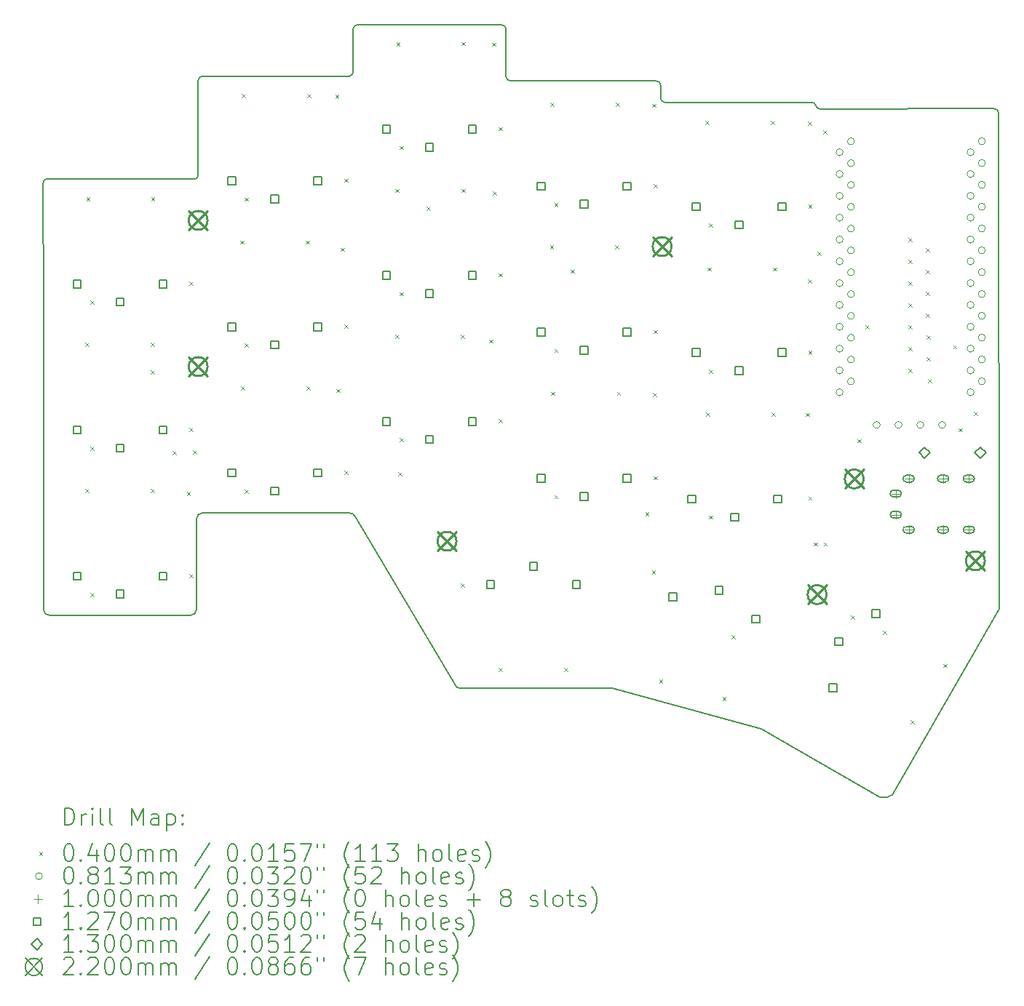
<source format=gbr>
%FSLAX45Y45*%
G04 Gerber Fmt 4.5, Leading zero omitted, Abs format (unit mm)*
G04 Created by KiCad (PCBNEW 6.99.0-a9ca49a600~144~ubuntu20.04.1) date 2021-12-30 21:08:44*
%MOMM*%
%LPD*%
G01*
G04 APERTURE LIST*
%TA.AperFunction,Profile*%
%ADD10C,0.150000*%
%TD*%
%ADD11C,0.200000*%
%ADD12C,0.040000*%
%ADD13C,0.081280*%
%ADD14C,0.100000*%
%ADD15C,0.127000*%
%ADD16C,0.130000*%
%ADD17C,0.220000*%
G04 APERTURE END LIST*
D10*
X18762000Y-5380500D02*
X16733040Y-5381502D01*
X9451545Y-6202085D02*
X7741920Y-6197600D01*
X17576800Y-13365480D02*
X18821400Y-11201400D01*
X16047720Y-12598400D02*
X17428867Y-13395960D01*
X12537440Y-12124081D02*
X14315440Y-12125960D01*
X16685040Y-5345502D02*
G75*
G03*
X16636050Y-5305500I-48990J-9998D01*
G01*
X16685040Y-5345502D02*
G75*
G03*
X16733040Y-5381502I48000J14000D01*
G01*
X16636050Y-5305500D02*
X14929320Y-5306902D01*
X9451545Y-6202085D02*
G75*
G03*
X9501545Y-6152085I0J50000D01*
G01*
X9551712Y-5000682D02*
G75*
G03*
X9501712Y-5050682I0J-50000D01*
G01*
X13031000Y-4403620D02*
X11353000Y-4404955D01*
X13081000Y-5005340D02*
X13081000Y-4453620D01*
X14829320Y-5056902D02*
X13131000Y-5055340D01*
X14879320Y-5256902D02*
X14879320Y-5106902D01*
X9501712Y-5050682D02*
X9501545Y-6152085D01*
X11254712Y-5000682D02*
X9551712Y-5000682D01*
X11303000Y-4454955D02*
X11304712Y-4950682D01*
X11254712Y-5000682D02*
G75*
G03*
X11304712Y-4950682I0J50000D01*
G01*
X11353000Y-4404955D02*
G75*
G03*
X11303000Y-4454955I0J-50000D01*
G01*
X13081000Y-4453620D02*
G75*
G03*
X13031000Y-4403620I-50000J0D01*
G01*
X13081000Y-5005340D02*
G75*
G03*
X13131000Y-5055340I50000J0D01*
G01*
X14879320Y-5106902D02*
G75*
G03*
X14829320Y-5056902I-50000J0D01*
G01*
X14879320Y-5256902D02*
G75*
G03*
X14929320Y-5306902I50000J0D01*
G01*
X18812000Y-5430500D02*
G75*
G03*
X18762000Y-5380500I-50000J0D01*
G01*
X9545320Y-10086265D02*
X11262360Y-10086265D01*
X9479280Y-11074400D02*
X9484360Y-10147225D01*
X11329486Y-10129488D02*
G75*
G03*
X11262360Y-10086265I-67126J-30512D01*
G01*
X12501880Y-12110720D02*
G75*
G03*
X12537440Y-12124081I35560J40640D01*
G01*
X17428867Y-13395960D02*
G75*
G03*
X17576800Y-13365480I44003J160668D01*
G01*
X7701280Y-9377680D02*
X7701280Y-11074400D01*
X7696200Y-6243320D02*
X7701280Y-7670800D01*
X18812000Y-5430500D02*
X18821400Y-11201400D01*
X9479280Y-11211560D02*
X9479280Y-11074400D01*
X9545320Y-10086265D02*
G75*
G03*
X9484360Y-10147225I0J-60960D01*
G01*
X9413240Y-11277600D02*
G75*
G03*
X9479280Y-11211560I0J66040D01*
G01*
X7701280Y-11211560D02*
X7701280Y-11074400D01*
X7701280Y-7670800D02*
X7701280Y-9377680D01*
X11329486Y-10129488D02*
X12501880Y-12110720D01*
X7741920Y-6197600D02*
G75*
G03*
X7696200Y-6243320I0J-45720D01*
G01*
X7767320Y-11277600D02*
X9413240Y-11277600D01*
X14315440Y-12125960D02*
X16047720Y-12598400D01*
X7701280Y-11211560D02*
G75*
G03*
X7767320Y-11277600I66040J0D01*
G01*
D11*
D12*
X8189280Y-8102920D02*
X8229280Y-8142920D01*
X8229280Y-8102920D02*
X8189280Y-8142920D01*
X8189280Y-9804720D02*
X8229280Y-9844720D01*
X8229280Y-9804720D02*
X8189280Y-9844720D01*
X8199440Y-6411280D02*
X8239440Y-6451280D01*
X8239440Y-6411280D02*
X8199440Y-6451280D01*
X8243500Y-7615000D02*
X8283500Y-7655000D01*
X8283500Y-7615000D02*
X8243500Y-7655000D01*
X8243500Y-9315000D02*
X8283500Y-9355000D01*
X8283500Y-9315000D02*
X8243500Y-9355000D01*
X8243500Y-11015000D02*
X8283500Y-11055000D01*
X8283500Y-11015000D02*
X8243500Y-11055000D01*
X8946200Y-8425500D02*
X8986200Y-8465500D01*
X8986200Y-8425500D02*
X8946200Y-8465500D01*
X8951280Y-8102920D02*
X8991280Y-8142920D01*
X8991280Y-8102920D02*
X8951280Y-8142920D01*
X8951280Y-9804720D02*
X8991280Y-9844720D01*
X8991280Y-9804720D02*
X8951280Y-9844720D01*
X8951720Y-6411280D02*
X8991720Y-6451280D01*
X8991720Y-6411280D02*
X8951720Y-6451280D01*
X9205280Y-9367840D02*
X9245280Y-9407840D01*
X9245280Y-9367840D02*
X9205280Y-9407840D01*
X9367840Y-9840280D02*
X9407840Y-9880280D01*
X9407840Y-9840280D02*
X9367840Y-9880280D01*
X9398500Y-7395000D02*
X9438500Y-7435000D01*
X9438500Y-7395000D02*
X9398500Y-7435000D01*
X9398500Y-9095000D02*
X9438500Y-9135000D01*
X9438500Y-9095000D02*
X9398500Y-9135000D01*
X9398500Y-10795000D02*
X9438500Y-10835000D01*
X9438500Y-10795000D02*
X9398500Y-10835000D01*
X9438960Y-9357680D02*
X9478960Y-9397680D01*
X9478960Y-9357680D02*
X9438960Y-9397680D01*
X9987600Y-6914200D02*
X10027600Y-6954200D01*
X10027600Y-6914200D02*
X9987600Y-6954200D01*
X9997760Y-8610920D02*
X10037760Y-8650920D01*
X10037760Y-8610920D02*
X9997760Y-8650920D01*
X10007920Y-5207320D02*
X10047920Y-5247320D01*
X10047920Y-5207320D02*
X10007920Y-5247320D01*
X10043500Y-6415000D02*
X10083500Y-6455000D01*
X10083500Y-6415000D02*
X10043500Y-6455000D01*
X10043500Y-8115000D02*
X10083500Y-8155000D01*
X10083500Y-8115000D02*
X10043500Y-8155000D01*
X10043500Y-9815000D02*
X10083500Y-9855000D01*
X10083500Y-9815000D02*
X10043500Y-9855000D01*
X10749600Y-6914200D02*
X10789600Y-6954200D01*
X10789600Y-6914200D02*
X10749600Y-6954200D01*
X10759760Y-8610920D02*
X10799760Y-8650920D01*
X10799760Y-8610920D02*
X10759760Y-8650920D01*
X10769920Y-5207320D02*
X10809920Y-5247320D01*
X10809920Y-5207320D02*
X10769920Y-5247320D01*
X11095040Y-5217480D02*
X11135040Y-5257480D01*
X11135040Y-5217480D02*
X11095040Y-5257480D01*
X11110280Y-8641400D02*
X11150280Y-8681400D01*
X11150280Y-8641400D02*
X11110280Y-8681400D01*
X11156000Y-7000560D02*
X11196000Y-7040560D01*
X11196000Y-7000560D02*
X11156000Y-7040560D01*
X11198500Y-6195000D02*
X11238500Y-6235000D01*
X11238500Y-6195000D02*
X11198500Y-6235000D01*
X11198500Y-7895000D02*
X11238500Y-7935000D01*
X11238500Y-7895000D02*
X11198500Y-7935000D01*
X11198500Y-9595000D02*
X11238500Y-9635000D01*
X11238500Y-9595000D02*
X11198500Y-9635000D01*
X11796080Y-6314760D02*
X11836080Y-6354760D01*
X11836080Y-6314760D02*
X11796080Y-6354760D01*
X11796080Y-8011480D02*
X11836080Y-8051480D01*
X11836080Y-8011480D02*
X11796080Y-8051480D01*
X11806240Y-4604760D02*
X11846240Y-4644760D01*
X11846240Y-4604760D02*
X11806240Y-4644760D01*
X11828000Y-9613450D02*
X11868000Y-9653450D01*
X11868000Y-9613450D02*
X11828000Y-9653450D01*
X11843500Y-5815000D02*
X11883500Y-5855000D01*
X11883500Y-5815000D02*
X11843500Y-5855000D01*
X11843500Y-7515000D02*
X11883500Y-7555000D01*
X11883500Y-7515000D02*
X11843500Y-7555000D01*
X11843500Y-9215000D02*
X11883500Y-9255000D01*
X11883500Y-9215000D02*
X11843500Y-9255000D01*
X12156760Y-6523040D02*
X12196760Y-6563040D01*
X12196760Y-6523040D02*
X12156760Y-6563040D01*
X12553500Y-10904000D02*
X12593500Y-10944000D01*
X12593500Y-10904000D02*
X12553500Y-10944000D01*
X12558080Y-8011480D02*
X12598080Y-8051480D01*
X12598080Y-8011480D02*
X12558080Y-8051480D01*
X12561240Y-6314760D02*
X12601240Y-6354760D01*
X12601240Y-6314760D02*
X12561240Y-6354760D01*
X12564200Y-4602800D02*
X12604200Y-4642800D01*
X12604200Y-4602800D02*
X12564200Y-4642800D01*
X12888280Y-8067360D02*
X12928280Y-8107360D01*
X12928280Y-8067360D02*
X12888280Y-8107360D01*
X12918760Y-4612960D02*
X12958760Y-4652960D01*
X12958760Y-4612960D02*
X12918760Y-4652960D01*
X12928920Y-6345240D02*
X12968920Y-6385240D01*
X12968920Y-6345240D02*
X12928920Y-6385240D01*
X12996480Y-11887520D02*
X13036480Y-11927520D01*
X13036480Y-11887520D02*
X12996480Y-11927520D01*
X12998500Y-5595000D02*
X13038500Y-5635000D01*
X13038500Y-5595000D02*
X12998500Y-5635000D01*
X12998500Y-7295000D02*
X13038500Y-7335000D01*
X13038500Y-7295000D02*
X12998500Y-7335000D01*
X12998500Y-8995000D02*
X13038500Y-9035000D01*
X13038500Y-8995000D02*
X12998500Y-9035000D01*
X13592660Y-6968340D02*
X13632660Y-7008340D01*
X13632660Y-6968340D02*
X13592660Y-7008340D01*
X13599480Y-5308920D02*
X13639480Y-5348920D01*
X13639480Y-5308920D02*
X13599480Y-5348920D01*
X13605040Y-8676960D02*
X13645040Y-8716960D01*
X13645040Y-8676960D02*
X13605040Y-8716960D01*
X13643500Y-6477000D02*
X13683500Y-6517000D01*
X13683500Y-6477000D02*
X13643500Y-6517000D01*
X13643500Y-8177000D02*
X13683500Y-8217000D01*
X13683500Y-8177000D02*
X13643500Y-8217000D01*
X13643500Y-9877500D02*
X13683500Y-9917500D01*
X13683500Y-9877500D02*
X13643500Y-9917500D01*
X13756960Y-11887520D02*
X13796960Y-11927520D01*
X13796960Y-11887520D02*
X13756960Y-11927520D01*
X13833160Y-7254560D02*
X13873160Y-7294560D01*
X13873160Y-7254560D02*
X13833160Y-7294560D01*
X14352920Y-6970080D02*
X14392920Y-7010080D01*
X14392920Y-6970080D02*
X14352920Y-7010080D01*
X14361480Y-5308920D02*
X14401480Y-5348920D01*
X14401480Y-5308920D02*
X14361480Y-5348920D01*
X14372040Y-8676960D02*
X14412040Y-8716960D01*
X14412040Y-8676960D02*
X14372040Y-8716960D01*
X14701840Y-10079040D02*
X14741840Y-10119040D01*
X14741840Y-10079040D02*
X14701840Y-10119040D01*
X14778040Y-10754680D02*
X14818040Y-10794680D01*
X14818040Y-10754680D02*
X14778040Y-10794680D01*
X14783120Y-5324160D02*
X14823120Y-5364160D01*
X14823120Y-5324160D02*
X14783120Y-5364160D01*
X14793280Y-8687120D02*
X14833280Y-8727120D01*
X14833280Y-8687120D02*
X14793280Y-8727120D01*
X14798500Y-6257000D02*
X14838500Y-6297000D01*
X14838500Y-6257000D02*
X14798500Y-6297000D01*
X14798500Y-7957000D02*
X14838500Y-7997000D01*
X14838500Y-7957000D02*
X14798500Y-7997000D01*
X14798500Y-9657500D02*
X14838500Y-9697500D01*
X14838500Y-9657500D02*
X14798500Y-9697500D01*
X14861480Y-12025519D02*
X14901480Y-12065519D01*
X14901480Y-12025519D02*
X14861480Y-12065519D01*
X15397800Y-5522280D02*
X15437800Y-5562280D01*
X15437800Y-5522280D02*
X15397800Y-5562280D01*
X15406280Y-8915720D02*
X15446280Y-8955720D01*
X15446280Y-8915720D02*
X15406280Y-8955720D01*
X15428280Y-7229160D02*
X15468280Y-7269160D01*
X15468280Y-7229160D02*
X15428280Y-7269160D01*
X15443500Y-6715000D02*
X15483500Y-6755000D01*
X15483500Y-6715000D02*
X15443500Y-6755000D01*
X15443500Y-8415000D02*
X15483500Y-8455000D01*
X15483500Y-8415000D02*
X15443500Y-8455000D01*
X15443500Y-10115000D02*
X15483500Y-10155000D01*
X15483500Y-10115000D02*
X15443500Y-10155000D01*
X15599446Y-12224670D02*
X15639446Y-12264670D01*
X15639446Y-12224670D02*
X15599446Y-12264670D01*
X15705140Y-11509060D02*
X15745140Y-11549060D01*
X15745140Y-11509060D02*
X15705140Y-11549060D01*
X16159800Y-5522280D02*
X16199800Y-5562280D01*
X16199800Y-5522280D02*
X16159800Y-5562280D01*
X16169960Y-8915720D02*
X16209960Y-8955720D01*
X16209960Y-8915720D02*
X16169960Y-8955720D01*
X16190280Y-7229160D02*
X16230280Y-7269160D01*
X16230280Y-7229160D02*
X16190280Y-7269160D01*
X16571280Y-8920800D02*
X16611280Y-8960800D01*
X16611280Y-8920800D02*
X16571280Y-8960800D01*
X16591600Y-5532440D02*
X16631600Y-5572440D01*
X16631600Y-5532440D02*
X16591600Y-5572440D01*
X16591600Y-7366320D02*
X16631600Y-7406320D01*
X16631600Y-7366320D02*
X16591600Y-7406320D01*
X16598500Y-6495000D02*
X16638500Y-6535000D01*
X16638500Y-6495000D02*
X16598500Y-6535000D01*
X16598500Y-8195000D02*
X16638500Y-8235000D01*
X16638500Y-8195000D02*
X16598500Y-8235000D01*
X16598500Y-9895000D02*
X16638500Y-9935000D01*
X16638500Y-9895000D02*
X16598500Y-9935000D01*
X16663000Y-10429560D02*
X16703000Y-10469560D01*
X16703000Y-10429560D02*
X16663000Y-10469560D01*
X16703360Y-7046280D02*
X16743360Y-7086280D01*
X16743360Y-7046280D02*
X16703360Y-7086280D01*
X16769400Y-5631500D02*
X16809400Y-5671500D01*
X16809400Y-5631500D02*
X16769400Y-5671500D01*
X16777000Y-10428000D02*
X16817000Y-10468000D01*
X16817000Y-10428000D02*
X16777000Y-10468000D01*
X17094465Y-11277877D02*
X17134465Y-11317877D01*
X17134465Y-11277877D02*
X17094465Y-11317877D01*
X17170720Y-9225600D02*
X17210720Y-9265600D01*
X17210720Y-9225600D02*
X17170720Y-9265600D01*
X17265549Y-7899040D02*
X17305549Y-7939040D01*
X17305549Y-7899040D02*
X17265549Y-7939040D01*
X17466630Y-11459530D02*
X17506630Y-11499530D01*
X17506630Y-11459530D02*
X17466630Y-11499530D01*
X17760000Y-6883040D02*
X17800000Y-6923040D01*
X17800000Y-6883040D02*
X17760000Y-6923040D01*
X17760000Y-7137040D02*
X17800000Y-7177040D01*
X17800000Y-7137040D02*
X17760000Y-7177040D01*
X17760000Y-7391040D02*
X17800000Y-7431040D01*
X17800000Y-7391040D02*
X17760000Y-7431040D01*
X17760000Y-7645040D02*
X17800000Y-7685040D01*
X17800000Y-7645040D02*
X17760000Y-7685040D01*
X17760000Y-7899040D02*
X17800000Y-7939040D01*
X17800000Y-7899040D02*
X17760000Y-7939040D01*
X17760000Y-8153040D02*
X17800000Y-8193040D01*
X17800000Y-8153040D02*
X17760000Y-8193040D01*
X17760000Y-8406840D02*
X17800000Y-8446840D01*
X17800000Y-8406840D02*
X17760000Y-8446840D01*
X17785317Y-12495683D02*
X17825317Y-12535683D01*
X17825317Y-12495683D02*
X17785317Y-12535683D01*
X17963200Y-7005640D02*
X18003200Y-7045640D01*
X18003200Y-7005640D02*
X17963200Y-7045640D01*
X17963200Y-7259640D02*
X18003200Y-7299640D01*
X18003200Y-7259640D02*
X17963200Y-7299640D01*
X17963200Y-7513640D02*
X18003200Y-7553640D01*
X18003200Y-7513640D02*
X17963200Y-7553640D01*
X17963200Y-7767640D02*
X18003200Y-7807640D01*
X18003200Y-7767640D02*
X17963200Y-7807640D01*
X17975900Y-8021640D02*
X18015900Y-8061640D01*
X18015900Y-8021640D02*
X17975900Y-8061640D01*
X17975900Y-8275640D02*
X18015900Y-8315640D01*
X18015900Y-8275640D02*
X17975900Y-8315640D01*
X17988600Y-8527100D02*
X18028600Y-8567100D01*
X18028600Y-8527100D02*
X17988600Y-8567100D01*
X18166317Y-11841683D02*
X18206317Y-11881683D01*
X18206317Y-11841683D02*
X18166317Y-11881683D01*
X18283240Y-8133400D02*
X18323240Y-8173400D01*
X18323240Y-8133400D02*
X18283240Y-8173400D01*
X18344200Y-9098600D02*
X18384200Y-9138600D01*
X18384200Y-9098600D02*
X18344200Y-9138600D01*
X18522000Y-8908100D02*
X18562000Y-8948100D01*
X18562000Y-8908100D02*
X18522000Y-8948100D01*
D13*
X17002640Y-5887040D02*
G75*
G03*
X17002640Y-5887040I-40640J0D01*
G01*
X17002640Y-6141040D02*
G75*
G03*
X17002640Y-6141040I-40640J0D01*
G01*
X17002640Y-6395040D02*
G75*
G03*
X17002640Y-6395040I-40640J0D01*
G01*
X17002640Y-6649040D02*
G75*
G03*
X17002640Y-6649040I-40640J0D01*
G01*
X17002640Y-6903040D02*
G75*
G03*
X17002640Y-6903040I-40640J0D01*
G01*
X17002640Y-7157040D02*
G75*
G03*
X17002640Y-7157040I-40640J0D01*
G01*
X17002640Y-7411040D02*
G75*
G03*
X17002640Y-7411040I-40640J0D01*
G01*
X17002640Y-7665040D02*
G75*
G03*
X17002640Y-7665040I-40640J0D01*
G01*
X17002640Y-7919040D02*
G75*
G03*
X17002640Y-7919040I-40640J0D01*
G01*
X17002640Y-8173040D02*
G75*
G03*
X17002640Y-8173040I-40640J0D01*
G01*
X17002640Y-8427040D02*
G75*
G03*
X17002640Y-8427040I-40640J0D01*
G01*
X17002640Y-8681040D02*
G75*
G03*
X17002640Y-8681040I-40640J0D01*
G01*
X17135280Y-5760040D02*
G75*
G03*
X17135280Y-5760040I-40640J0D01*
G01*
X17135280Y-6014040D02*
G75*
G03*
X17135280Y-6014040I-40640J0D01*
G01*
X17135280Y-6268040D02*
G75*
G03*
X17135280Y-6268040I-40640J0D01*
G01*
X17135280Y-6522040D02*
G75*
G03*
X17135280Y-6522040I-40640J0D01*
G01*
X17135280Y-6776040D02*
G75*
G03*
X17135280Y-6776040I-40640J0D01*
G01*
X17135280Y-7030040D02*
G75*
G03*
X17135280Y-7030040I-40640J0D01*
G01*
X17135280Y-7284040D02*
G75*
G03*
X17135280Y-7284040I-40640J0D01*
G01*
X17135280Y-7538040D02*
G75*
G03*
X17135280Y-7538040I-40640J0D01*
G01*
X17135280Y-7792040D02*
G75*
G03*
X17135280Y-7792040I-40640J0D01*
G01*
X17135280Y-8046040D02*
G75*
G03*
X17135280Y-8046040I-40640J0D01*
G01*
X17135280Y-8300040D02*
G75*
G03*
X17135280Y-8300040I-40640J0D01*
G01*
X17135280Y-8554040D02*
G75*
G03*
X17135280Y-8554040I-40640J0D01*
G01*
X17433640Y-9060840D02*
G75*
G03*
X17433640Y-9060840I-40640J0D01*
G01*
X17687640Y-9060840D02*
G75*
G03*
X17687640Y-9060840I-40640J0D01*
G01*
X17941640Y-9060840D02*
G75*
G03*
X17941640Y-9060840I-40640J0D01*
G01*
X18195640Y-9060840D02*
G75*
G03*
X18195640Y-9060840I-40640J0D01*
G01*
X18526640Y-5887040D02*
G75*
G03*
X18526640Y-5887040I-40640J0D01*
G01*
X18526640Y-6141040D02*
G75*
G03*
X18526640Y-6141040I-40640J0D01*
G01*
X18526640Y-6395040D02*
G75*
G03*
X18526640Y-6395040I-40640J0D01*
G01*
X18526640Y-6649040D02*
G75*
G03*
X18526640Y-6649040I-40640J0D01*
G01*
X18526640Y-6903040D02*
G75*
G03*
X18526640Y-6903040I-40640J0D01*
G01*
X18526640Y-7157040D02*
G75*
G03*
X18526640Y-7157040I-40640J0D01*
G01*
X18526640Y-7411040D02*
G75*
G03*
X18526640Y-7411040I-40640J0D01*
G01*
X18526640Y-7665040D02*
G75*
G03*
X18526640Y-7665040I-40640J0D01*
G01*
X18526640Y-7919040D02*
G75*
G03*
X18526640Y-7919040I-40640J0D01*
G01*
X18526640Y-8173040D02*
G75*
G03*
X18526640Y-8173040I-40640J0D01*
G01*
X18526640Y-8427040D02*
G75*
G03*
X18526640Y-8427040I-40640J0D01*
G01*
X18526640Y-8681040D02*
G75*
G03*
X18526640Y-8681040I-40640J0D01*
G01*
X18657280Y-5760040D02*
G75*
G03*
X18657280Y-5760040I-40640J0D01*
G01*
X18657280Y-6014040D02*
G75*
G03*
X18657280Y-6014040I-40640J0D01*
G01*
X18657280Y-6268040D02*
G75*
G03*
X18657280Y-6268040I-40640J0D01*
G01*
X18657280Y-6522040D02*
G75*
G03*
X18657280Y-6522040I-40640J0D01*
G01*
X18657280Y-6776040D02*
G75*
G03*
X18657280Y-6776040I-40640J0D01*
G01*
X18657280Y-7030040D02*
G75*
G03*
X18657280Y-7030040I-40640J0D01*
G01*
X18657280Y-7284040D02*
G75*
G03*
X18657280Y-7284040I-40640J0D01*
G01*
X18657280Y-7538040D02*
G75*
G03*
X18657280Y-7538040I-40640J0D01*
G01*
X18657280Y-7792040D02*
G75*
G03*
X18657280Y-7792040I-40640J0D01*
G01*
X18657280Y-8046040D02*
G75*
G03*
X18657280Y-8046040I-40640J0D01*
G01*
X18657280Y-8300040D02*
G75*
G03*
X18657280Y-8300040I-40640J0D01*
G01*
X18657280Y-8554040D02*
G75*
G03*
X18657280Y-8554040I-40640J0D01*
G01*
D14*
X17616000Y-9811100D02*
X17616000Y-9911100D01*
X17566000Y-9861100D02*
X17666000Y-9861100D01*
D11*
X17641000Y-9821100D02*
X17591000Y-9821100D01*
X17641000Y-9901100D02*
X17591000Y-9901100D01*
X17591000Y-9821100D02*
G75*
G03*
X17591000Y-9901100I0J-40000D01*
G01*
X17641000Y-9901100D02*
G75*
G03*
X17641000Y-9821100I0J40000D01*
G01*
D14*
X17616000Y-10056100D02*
X17616000Y-10156100D01*
X17566000Y-10106100D02*
X17666000Y-10106100D01*
D11*
X17641000Y-10066100D02*
X17591000Y-10066100D01*
X17641000Y-10146100D02*
X17591000Y-10146100D01*
X17591000Y-10066100D02*
G75*
G03*
X17591000Y-10146100I0J-40000D01*
G01*
X17641000Y-10146100D02*
G75*
G03*
X17641000Y-10066100I0J40000D01*
G01*
D14*
X17766000Y-9636100D02*
X17766000Y-9736100D01*
X17716000Y-9686100D02*
X17816000Y-9686100D01*
D11*
X17791000Y-9646100D02*
X17741000Y-9646100D01*
X17791000Y-9726100D02*
X17741000Y-9726100D01*
X17741000Y-9646100D02*
G75*
G03*
X17741000Y-9726100I0J-40000D01*
G01*
X17791000Y-9726100D02*
G75*
G03*
X17791000Y-9646100I0J40000D01*
G01*
D14*
X17766000Y-10231100D02*
X17766000Y-10331100D01*
X17716000Y-10281100D02*
X17816000Y-10281100D01*
D11*
X17791000Y-10241100D02*
X17741000Y-10241100D01*
X17791000Y-10321100D02*
X17741000Y-10321100D01*
X17741000Y-10241100D02*
G75*
G03*
X17741000Y-10321100I0J-40000D01*
G01*
X17791000Y-10321100D02*
G75*
G03*
X17791000Y-10241100I0J40000D01*
G01*
D14*
X18166000Y-9636100D02*
X18166000Y-9736100D01*
X18116000Y-9686100D02*
X18216000Y-9686100D01*
D11*
X18191000Y-9646100D02*
X18141000Y-9646100D01*
X18191000Y-9726100D02*
X18141000Y-9726100D01*
X18141000Y-9646100D02*
G75*
G03*
X18141000Y-9726100I0J-40000D01*
G01*
X18191000Y-9726100D02*
G75*
G03*
X18191000Y-9646100I0J40000D01*
G01*
D14*
X18166000Y-10231100D02*
X18166000Y-10331100D01*
X18116000Y-10281100D02*
X18216000Y-10281100D01*
D11*
X18191000Y-10241100D02*
X18141000Y-10241100D01*
X18191000Y-10321100D02*
X18141000Y-10321100D01*
X18141000Y-10241100D02*
G75*
G03*
X18141000Y-10321100I0J-40000D01*
G01*
X18191000Y-10321100D02*
G75*
G03*
X18191000Y-10241100I0J40000D01*
G01*
D14*
X18466000Y-9636100D02*
X18466000Y-9736100D01*
X18416000Y-9686100D02*
X18516000Y-9686100D01*
D11*
X18491000Y-9646100D02*
X18441000Y-9646100D01*
X18491000Y-9726100D02*
X18441000Y-9726100D01*
X18441000Y-9646100D02*
G75*
G03*
X18441000Y-9726100I0J-40000D01*
G01*
X18491000Y-9726100D02*
G75*
G03*
X18491000Y-9646100I0J40000D01*
G01*
D14*
X18466000Y-10231100D02*
X18466000Y-10331100D01*
X18416000Y-10281100D02*
X18516000Y-10281100D01*
D11*
X18491000Y-10241100D02*
X18441000Y-10241100D01*
X18491000Y-10321100D02*
X18441000Y-10321100D01*
X18441000Y-10241100D02*
G75*
G03*
X18441000Y-10321100I0J-40000D01*
G01*
X18491000Y-10321100D02*
G75*
G03*
X18491000Y-10241100I0J40000D01*
G01*
D15*
X8135902Y-7464902D02*
X8135902Y-7375098D01*
X8046098Y-7375098D01*
X8046098Y-7464902D01*
X8135902Y-7464902D01*
X8135902Y-9164902D02*
X8135902Y-9075098D01*
X8046098Y-9075098D01*
X8046098Y-9164902D01*
X8135902Y-9164902D01*
X8135902Y-10864902D02*
X8135902Y-10775098D01*
X8046098Y-10775098D01*
X8046098Y-10864902D01*
X8135902Y-10864902D01*
X8635902Y-7674902D02*
X8635902Y-7585098D01*
X8546098Y-7585098D01*
X8546098Y-7674902D01*
X8635902Y-7674902D01*
X8635902Y-9374902D02*
X8635902Y-9285098D01*
X8546098Y-9285098D01*
X8546098Y-9374902D01*
X8635902Y-9374902D01*
X8635902Y-11074902D02*
X8635902Y-10985098D01*
X8546098Y-10985098D01*
X8546098Y-11074902D01*
X8635902Y-11074902D01*
X9135902Y-7464902D02*
X9135902Y-7375098D01*
X9046098Y-7375098D01*
X9046098Y-7464902D01*
X9135902Y-7464902D01*
X9135902Y-9164902D02*
X9135902Y-9075098D01*
X9046098Y-9075098D01*
X9046098Y-9164902D01*
X9135902Y-9164902D01*
X9135902Y-10864902D02*
X9135902Y-10775098D01*
X9046098Y-10775098D01*
X9046098Y-10864902D01*
X9135902Y-10864902D01*
X9935902Y-6264902D02*
X9935902Y-6175098D01*
X9846098Y-6175098D01*
X9846098Y-6264902D01*
X9935902Y-6264902D01*
X9935902Y-7964902D02*
X9935902Y-7875098D01*
X9846098Y-7875098D01*
X9846098Y-7964902D01*
X9935902Y-7964902D01*
X9935902Y-9664902D02*
X9935902Y-9575098D01*
X9846098Y-9575098D01*
X9846098Y-9664902D01*
X9935902Y-9664902D01*
X10435902Y-6474902D02*
X10435902Y-6385098D01*
X10346098Y-6385098D01*
X10346098Y-6474902D01*
X10435902Y-6474902D01*
X10435902Y-8174902D02*
X10435902Y-8085098D01*
X10346098Y-8085098D01*
X10346098Y-8174902D01*
X10435902Y-8174902D01*
X10435902Y-9874902D02*
X10435902Y-9785098D01*
X10346098Y-9785098D01*
X10346098Y-9874902D01*
X10435902Y-9874902D01*
X10935902Y-6264902D02*
X10935902Y-6175098D01*
X10846098Y-6175098D01*
X10846098Y-6264902D01*
X10935902Y-6264902D01*
X10935902Y-7964902D02*
X10935902Y-7875098D01*
X10846098Y-7875098D01*
X10846098Y-7964902D01*
X10935902Y-7964902D01*
X10935902Y-9664902D02*
X10935902Y-9575098D01*
X10846098Y-9575098D01*
X10846098Y-9664902D01*
X10935902Y-9664902D01*
X11735902Y-5664902D02*
X11735902Y-5575098D01*
X11646098Y-5575098D01*
X11646098Y-5664902D01*
X11735902Y-5664902D01*
X11735902Y-7364902D02*
X11735902Y-7275098D01*
X11646098Y-7275098D01*
X11646098Y-7364902D01*
X11735902Y-7364902D01*
X11735902Y-9064902D02*
X11735902Y-8975098D01*
X11646098Y-8975098D01*
X11646098Y-9064902D01*
X11735902Y-9064902D01*
X12235902Y-5874902D02*
X12235902Y-5785098D01*
X12146098Y-5785098D01*
X12146098Y-5874902D01*
X12235902Y-5874902D01*
X12235902Y-7574902D02*
X12235902Y-7485098D01*
X12146098Y-7485098D01*
X12146098Y-7574902D01*
X12235902Y-7574902D01*
X12235902Y-9274902D02*
X12235902Y-9185098D01*
X12146098Y-9185098D01*
X12146098Y-9274902D01*
X12235902Y-9274902D01*
X12735902Y-5664902D02*
X12735902Y-5575098D01*
X12646098Y-5575098D01*
X12646098Y-5664902D01*
X12735902Y-5664902D01*
X12735902Y-7364902D02*
X12735902Y-7275098D01*
X12646098Y-7275098D01*
X12646098Y-7364902D01*
X12735902Y-7364902D01*
X12735902Y-9064902D02*
X12735902Y-8975098D01*
X12646098Y-8975098D01*
X12646098Y-9064902D01*
X12735902Y-9064902D01*
X12945902Y-10963902D02*
X12945902Y-10874098D01*
X12856098Y-10874098D01*
X12856098Y-10963902D01*
X12945902Y-10963902D01*
X13445902Y-10753902D02*
X13445902Y-10664098D01*
X13356098Y-10664098D01*
X13356098Y-10753902D01*
X13445902Y-10753902D01*
X13535902Y-6326902D02*
X13535902Y-6237098D01*
X13446098Y-6237098D01*
X13446098Y-6326902D01*
X13535902Y-6326902D01*
X13535902Y-8026902D02*
X13535902Y-7937098D01*
X13446098Y-7937098D01*
X13446098Y-8026902D01*
X13535902Y-8026902D01*
X13535902Y-9727402D02*
X13535902Y-9637598D01*
X13446098Y-9637598D01*
X13446098Y-9727402D01*
X13535902Y-9727402D01*
X13945902Y-10963902D02*
X13945902Y-10874098D01*
X13856098Y-10874098D01*
X13856098Y-10963902D01*
X13945902Y-10963902D01*
X14035902Y-6536902D02*
X14035902Y-6447098D01*
X13946098Y-6447098D01*
X13946098Y-6536902D01*
X14035902Y-6536902D01*
X14035902Y-8236902D02*
X14035902Y-8147098D01*
X13946098Y-8147098D01*
X13946098Y-8236902D01*
X14035902Y-8236902D01*
X14035902Y-9937402D02*
X14035902Y-9847598D01*
X13946098Y-9847598D01*
X13946098Y-9937402D01*
X14035902Y-9937402D01*
X14535902Y-6326902D02*
X14535902Y-6237098D01*
X14446098Y-6237098D01*
X14446098Y-6326902D01*
X14535902Y-6326902D01*
X14535902Y-8026902D02*
X14535902Y-7937098D01*
X14446098Y-7937098D01*
X14446098Y-8026902D01*
X14535902Y-8026902D01*
X14535902Y-9727402D02*
X14535902Y-9637598D01*
X14446098Y-9637598D01*
X14446098Y-9727402D01*
X14535902Y-9727402D01*
X15066290Y-11106440D02*
X15066290Y-11016637D01*
X14976487Y-11016637D01*
X14976487Y-11106440D01*
X15066290Y-11106440D01*
X15285902Y-9969902D02*
X15285902Y-9880098D01*
X15196098Y-9880098D01*
X15196098Y-9969902D01*
X15285902Y-9969902D01*
X15335902Y-6564902D02*
X15335902Y-6475098D01*
X15246098Y-6475098D01*
X15246098Y-6564902D01*
X15335902Y-6564902D01*
X15335902Y-8264902D02*
X15335902Y-8175098D01*
X15246098Y-8175098D01*
X15246098Y-8264902D01*
X15335902Y-8264902D01*
X15603605Y-11033006D02*
X15603605Y-10943202D01*
X15513801Y-10943202D01*
X15513801Y-11033006D01*
X15603605Y-11033006D01*
X15785902Y-10179902D02*
X15785902Y-10090098D01*
X15696098Y-10090098D01*
X15696098Y-10179902D01*
X15785902Y-10179902D01*
X15835902Y-6774902D02*
X15835902Y-6685098D01*
X15746098Y-6685098D01*
X15746098Y-6774902D01*
X15835902Y-6774902D01*
X15835902Y-8474902D02*
X15835902Y-8385098D01*
X15746098Y-8385098D01*
X15746098Y-8474902D01*
X15835902Y-8474902D01*
X16032216Y-11365259D02*
X16032216Y-11275456D01*
X15942412Y-11275456D01*
X15942412Y-11365259D01*
X16032216Y-11365259D01*
X16285902Y-9969902D02*
X16285902Y-9880098D01*
X16196098Y-9880098D01*
X16196098Y-9969902D01*
X16285902Y-9969902D01*
X16335902Y-6564902D02*
X16335902Y-6475098D01*
X16246098Y-6475098D01*
X16246098Y-6564902D01*
X16335902Y-6564902D01*
X16335902Y-8264902D02*
X16335902Y-8175098D01*
X16246098Y-8175098D01*
X16246098Y-8264902D01*
X16335902Y-8264902D01*
X16931812Y-12166914D02*
X16931812Y-12077111D01*
X16842009Y-12077111D01*
X16842009Y-12166914D01*
X16931812Y-12166914D01*
X16999947Y-11628902D02*
X16999947Y-11539098D01*
X16910143Y-11539098D01*
X16910143Y-11628902D01*
X16999947Y-11628902D01*
X17431812Y-11300889D02*
X17431812Y-11211086D01*
X17342009Y-11211086D01*
X17342009Y-11300889D01*
X17431812Y-11300889D01*
D16*
X17950300Y-9450300D02*
X18015300Y-9385300D01*
X17950300Y-9320300D01*
X17885300Y-9385300D01*
X17950300Y-9450300D01*
X18600300Y-9450300D02*
X18665300Y-9385300D01*
X18600300Y-9320300D01*
X18535300Y-9385300D01*
X18600300Y-9450300D01*
D17*
X9390000Y-6570200D02*
X9610000Y-6790200D01*
X9610000Y-6570200D02*
X9390000Y-6790200D01*
X9610000Y-6680200D02*
G75*
G03*
X9610000Y-6680200I-110000J0D01*
G01*
X9390000Y-8272000D02*
X9610000Y-8492000D01*
X9610000Y-8272000D02*
X9390000Y-8492000D01*
X9610000Y-8382000D02*
G75*
G03*
X9610000Y-8382000I-110000J0D01*
G01*
X12285200Y-10304000D02*
X12505200Y-10524000D01*
X12505200Y-10304000D02*
X12285200Y-10524000D01*
X12505200Y-10414000D02*
G75*
G03*
X12505200Y-10414000I-110000J0D01*
G01*
X14787100Y-6875000D02*
X15007100Y-7095000D01*
X15007100Y-6875000D02*
X14787100Y-7095000D01*
X15007100Y-6985000D02*
G75*
G03*
X15007100Y-6985000I-110000J0D01*
G01*
X16590500Y-10926300D02*
X16810500Y-11146300D01*
X16810500Y-10926300D02*
X16590500Y-11146300D01*
X16810500Y-11036300D02*
G75*
G03*
X16810500Y-11036300I-110000J0D01*
G01*
X17022300Y-9580100D02*
X17242300Y-9800100D01*
X17242300Y-9580100D02*
X17022300Y-9800100D01*
X17242300Y-9690100D02*
G75*
G03*
X17242300Y-9690100I-110000J0D01*
G01*
X18432000Y-10532600D02*
X18652000Y-10752600D01*
X18652000Y-10532600D02*
X18432000Y-10752600D01*
X18652000Y-10642600D02*
G75*
G03*
X18652000Y-10642600I-110000J0D01*
G01*
D11*
X7946319Y-13719853D02*
X7946319Y-13519853D01*
X7993938Y-13519853D01*
X8022509Y-13529377D01*
X8041557Y-13548424D01*
X8051081Y-13567472D01*
X8060605Y-13605567D01*
X8060605Y-13634138D01*
X8051081Y-13672234D01*
X8041557Y-13691281D01*
X8022509Y-13710329D01*
X7993938Y-13719853D01*
X7946319Y-13719853D01*
X8146319Y-13719853D02*
X8146319Y-13586519D01*
X8146319Y-13624615D02*
X8155843Y-13605567D01*
X8165367Y-13596043D01*
X8184414Y-13586519D01*
X8203462Y-13586519D01*
X8270128Y-13719853D02*
X8270128Y-13586519D01*
X8270128Y-13519853D02*
X8260605Y-13529377D01*
X8270128Y-13538900D01*
X8279652Y-13529377D01*
X8270128Y-13519853D01*
X8270128Y-13538900D01*
X8393938Y-13719853D02*
X8374890Y-13710329D01*
X8365367Y-13691281D01*
X8365367Y-13519853D01*
X8498700Y-13719853D02*
X8479652Y-13710329D01*
X8470129Y-13691281D01*
X8470129Y-13519853D01*
X8727271Y-13719853D02*
X8727271Y-13519853D01*
X8793938Y-13662710D01*
X8860605Y-13519853D01*
X8860605Y-13719853D01*
X9041557Y-13719853D02*
X9041557Y-13615091D01*
X9032033Y-13596043D01*
X9012986Y-13586519D01*
X8974890Y-13586519D01*
X8955843Y-13596043D01*
X9041557Y-13710329D02*
X9022510Y-13719853D01*
X8974890Y-13719853D01*
X8955843Y-13710329D01*
X8946319Y-13691281D01*
X8946319Y-13672234D01*
X8955843Y-13653186D01*
X8974890Y-13643662D01*
X9022510Y-13643662D01*
X9041557Y-13634138D01*
X9136795Y-13586519D02*
X9136795Y-13786519D01*
X9136795Y-13596043D02*
X9155843Y-13586519D01*
X9193938Y-13586519D01*
X9212986Y-13596043D01*
X9222510Y-13605567D01*
X9232033Y-13624615D01*
X9232033Y-13681757D01*
X9222510Y-13700805D01*
X9212986Y-13710329D01*
X9193938Y-13719853D01*
X9155843Y-13719853D01*
X9136795Y-13710329D01*
X9317748Y-13700805D02*
X9327271Y-13710329D01*
X9317748Y-13719853D01*
X9308224Y-13710329D01*
X9317748Y-13700805D01*
X9317748Y-13719853D01*
X9317748Y-13596043D02*
X9327271Y-13605567D01*
X9317748Y-13615091D01*
X9308224Y-13605567D01*
X9317748Y-13596043D01*
X9317748Y-13615091D01*
D12*
X7648700Y-14029377D02*
X7688700Y-14069377D01*
X7688700Y-14029377D02*
X7648700Y-14069377D01*
D11*
X7984414Y-13939853D02*
X8003462Y-13939853D01*
X8022509Y-13949377D01*
X8032033Y-13958900D01*
X8041557Y-13977948D01*
X8051081Y-14016043D01*
X8051081Y-14063662D01*
X8041557Y-14101757D01*
X8032033Y-14120805D01*
X8022509Y-14130329D01*
X8003462Y-14139853D01*
X7984414Y-14139853D01*
X7965367Y-14130329D01*
X7955843Y-14120805D01*
X7946319Y-14101757D01*
X7936795Y-14063662D01*
X7936795Y-14016043D01*
X7946319Y-13977948D01*
X7955843Y-13958900D01*
X7965367Y-13949377D01*
X7984414Y-13939853D01*
X8136795Y-14120805D02*
X8146319Y-14130329D01*
X8136795Y-14139853D01*
X8127271Y-14130329D01*
X8136795Y-14120805D01*
X8136795Y-14139853D01*
X8317748Y-14006519D02*
X8317748Y-14139853D01*
X8270128Y-13930329D02*
X8222509Y-14073186D01*
X8346319Y-14073186D01*
X8460605Y-13939853D02*
X8479652Y-13939853D01*
X8498700Y-13949377D01*
X8508224Y-13958900D01*
X8517748Y-13977948D01*
X8527271Y-14016043D01*
X8527271Y-14063662D01*
X8517748Y-14101757D01*
X8508224Y-14120805D01*
X8498700Y-14130329D01*
X8479652Y-14139853D01*
X8460605Y-14139853D01*
X8441557Y-14130329D01*
X8432033Y-14120805D01*
X8422510Y-14101757D01*
X8412986Y-14063662D01*
X8412986Y-14016043D01*
X8422510Y-13977948D01*
X8432033Y-13958900D01*
X8441557Y-13949377D01*
X8460605Y-13939853D01*
X8651081Y-13939853D02*
X8670129Y-13939853D01*
X8689176Y-13949377D01*
X8698700Y-13958900D01*
X8708224Y-13977948D01*
X8717748Y-14016043D01*
X8717748Y-14063662D01*
X8708224Y-14101757D01*
X8698700Y-14120805D01*
X8689176Y-14130329D01*
X8670129Y-14139853D01*
X8651081Y-14139853D01*
X8632033Y-14130329D01*
X8622510Y-14120805D01*
X8612986Y-14101757D01*
X8603462Y-14063662D01*
X8603462Y-14016043D01*
X8612986Y-13977948D01*
X8622510Y-13958900D01*
X8632033Y-13949377D01*
X8651081Y-13939853D01*
X8803462Y-14139853D02*
X8803462Y-14006519D01*
X8803462Y-14025567D02*
X8812986Y-14016043D01*
X8832033Y-14006519D01*
X8860605Y-14006519D01*
X8879652Y-14016043D01*
X8889176Y-14035091D01*
X8889176Y-14139853D01*
X8889176Y-14035091D02*
X8898700Y-14016043D01*
X8917748Y-14006519D01*
X8946319Y-14006519D01*
X8965367Y-14016043D01*
X8974890Y-14035091D01*
X8974890Y-14139853D01*
X9070129Y-14139853D02*
X9070129Y-14006519D01*
X9070129Y-14025567D02*
X9079652Y-14016043D01*
X9098700Y-14006519D01*
X9127271Y-14006519D01*
X9146319Y-14016043D01*
X9155843Y-14035091D01*
X9155843Y-14139853D01*
X9155843Y-14035091D02*
X9165367Y-14016043D01*
X9184414Y-14006519D01*
X9212986Y-14006519D01*
X9232033Y-14016043D01*
X9241557Y-14035091D01*
X9241557Y-14139853D01*
X9632033Y-13930329D02*
X9460605Y-14187472D01*
X9889176Y-13939853D02*
X9908224Y-13939853D01*
X9927271Y-13949377D01*
X9936795Y-13958900D01*
X9946319Y-13977948D01*
X9955843Y-14016043D01*
X9955843Y-14063662D01*
X9946319Y-14101757D01*
X9936795Y-14120805D01*
X9927271Y-14130329D01*
X9908224Y-14139853D01*
X9889176Y-14139853D01*
X9870129Y-14130329D01*
X9860605Y-14120805D01*
X9851081Y-14101757D01*
X9841557Y-14063662D01*
X9841557Y-14016043D01*
X9851081Y-13977948D01*
X9860605Y-13958900D01*
X9870129Y-13949377D01*
X9889176Y-13939853D01*
X10041557Y-14120805D02*
X10051081Y-14130329D01*
X10041557Y-14139853D01*
X10032033Y-14130329D01*
X10041557Y-14120805D01*
X10041557Y-14139853D01*
X10174890Y-13939853D02*
X10193938Y-13939853D01*
X10212986Y-13949377D01*
X10222510Y-13958900D01*
X10232033Y-13977948D01*
X10241557Y-14016043D01*
X10241557Y-14063662D01*
X10232033Y-14101757D01*
X10222510Y-14120805D01*
X10212986Y-14130329D01*
X10193938Y-14139853D01*
X10174890Y-14139853D01*
X10155843Y-14130329D01*
X10146319Y-14120805D01*
X10136795Y-14101757D01*
X10127271Y-14063662D01*
X10127271Y-14016043D01*
X10136795Y-13977948D01*
X10146319Y-13958900D01*
X10155843Y-13949377D01*
X10174890Y-13939853D01*
X10432033Y-14139853D02*
X10317748Y-14139853D01*
X10374890Y-14139853D02*
X10374890Y-13939853D01*
X10355843Y-13968424D01*
X10336795Y-13987472D01*
X10317748Y-13996996D01*
X10612986Y-13939853D02*
X10517748Y-13939853D01*
X10508224Y-14035091D01*
X10517748Y-14025567D01*
X10536795Y-14016043D01*
X10584414Y-14016043D01*
X10603462Y-14025567D01*
X10612986Y-14035091D01*
X10622510Y-14054138D01*
X10622510Y-14101757D01*
X10612986Y-14120805D01*
X10603462Y-14130329D01*
X10584414Y-14139853D01*
X10536795Y-14139853D01*
X10517748Y-14130329D01*
X10508224Y-14120805D01*
X10689176Y-13939853D02*
X10822510Y-13939853D01*
X10736795Y-14139853D01*
X10889176Y-13939853D02*
X10889176Y-13977948D01*
X10965367Y-13939853D02*
X10965367Y-13977948D01*
X11260605Y-14216043D02*
X11251081Y-14206519D01*
X11232033Y-14177948D01*
X11222509Y-14158900D01*
X11212986Y-14130329D01*
X11203462Y-14082710D01*
X11203462Y-14044615D01*
X11212986Y-13996996D01*
X11222509Y-13968424D01*
X11232033Y-13949377D01*
X11251081Y-13920805D01*
X11260605Y-13911281D01*
X11441557Y-14139853D02*
X11327271Y-14139853D01*
X11384414Y-14139853D02*
X11384414Y-13939853D01*
X11365367Y-13968424D01*
X11346319Y-13987472D01*
X11327271Y-13996996D01*
X11632033Y-14139853D02*
X11517748Y-14139853D01*
X11574890Y-14139853D02*
X11574890Y-13939853D01*
X11555843Y-13968424D01*
X11536795Y-13987472D01*
X11517748Y-13996996D01*
X11698700Y-13939853D02*
X11822509Y-13939853D01*
X11755843Y-14016043D01*
X11784414Y-14016043D01*
X11803462Y-14025567D01*
X11812986Y-14035091D01*
X11822509Y-14054138D01*
X11822509Y-14101757D01*
X11812986Y-14120805D01*
X11803462Y-14130329D01*
X11784414Y-14139853D01*
X11727271Y-14139853D01*
X11708224Y-14130329D01*
X11698700Y-14120805D01*
X12060605Y-14139853D02*
X12060605Y-13939853D01*
X12146319Y-14139853D02*
X12146319Y-14035091D01*
X12136795Y-14016043D01*
X12117748Y-14006519D01*
X12089176Y-14006519D01*
X12070128Y-14016043D01*
X12060605Y-14025567D01*
X12270128Y-14139853D02*
X12251081Y-14130329D01*
X12241557Y-14120805D01*
X12232033Y-14101757D01*
X12232033Y-14044615D01*
X12241557Y-14025567D01*
X12251081Y-14016043D01*
X12270128Y-14006519D01*
X12298700Y-14006519D01*
X12317748Y-14016043D01*
X12327271Y-14025567D01*
X12336795Y-14044615D01*
X12336795Y-14101757D01*
X12327271Y-14120805D01*
X12317748Y-14130329D01*
X12298700Y-14139853D01*
X12270128Y-14139853D01*
X12451081Y-14139853D02*
X12432033Y-14130329D01*
X12422509Y-14111281D01*
X12422509Y-13939853D01*
X12603462Y-14130329D02*
X12584414Y-14139853D01*
X12546319Y-14139853D01*
X12527271Y-14130329D01*
X12517748Y-14111281D01*
X12517748Y-14035091D01*
X12527271Y-14016043D01*
X12546319Y-14006519D01*
X12584414Y-14006519D01*
X12603462Y-14016043D01*
X12612986Y-14035091D01*
X12612986Y-14054138D01*
X12517748Y-14073186D01*
X12689176Y-14130329D02*
X12708224Y-14139853D01*
X12746319Y-14139853D01*
X12765367Y-14130329D01*
X12774890Y-14111281D01*
X12774890Y-14101757D01*
X12765367Y-14082710D01*
X12746319Y-14073186D01*
X12717748Y-14073186D01*
X12698700Y-14063662D01*
X12689176Y-14044615D01*
X12689176Y-14035091D01*
X12698700Y-14016043D01*
X12717748Y-14006519D01*
X12746319Y-14006519D01*
X12765367Y-14016043D01*
X12841557Y-14216043D02*
X12851081Y-14206519D01*
X12870128Y-14177948D01*
X12879652Y-14158900D01*
X12889176Y-14130329D01*
X12898700Y-14082710D01*
X12898700Y-14044615D01*
X12889176Y-13996996D01*
X12879652Y-13968424D01*
X12870128Y-13949377D01*
X12851081Y-13920805D01*
X12841557Y-13911281D01*
D13*
X7688700Y-14313377D02*
G75*
G03*
X7688700Y-14313377I-40640J0D01*
G01*
D11*
X7984414Y-14203853D02*
X8003462Y-14203853D01*
X8022509Y-14213377D01*
X8032033Y-14222900D01*
X8041557Y-14241948D01*
X8051081Y-14280043D01*
X8051081Y-14327662D01*
X8041557Y-14365757D01*
X8032033Y-14384805D01*
X8022509Y-14394329D01*
X8003462Y-14403853D01*
X7984414Y-14403853D01*
X7965367Y-14394329D01*
X7955843Y-14384805D01*
X7946319Y-14365757D01*
X7936795Y-14327662D01*
X7936795Y-14280043D01*
X7946319Y-14241948D01*
X7955843Y-14222900D01*
X7965367Y-14213377D01*
X7984414Y-14203853D01*
X8136795Y-14384805D02*
X8146319Y-14394329D01*
X8136795Y-14403853D01*
X8127271Y-14394329D01*
X8136795Y-14384805D01*
X8136795Y-14403853D01*
X8260605Y-14289567D02*
X8241557Y-14280043D01*
X8232033Y-14270519D01*
X8222509Y-14251472D01*
X8222509Y-14241948D01*
X8232033Y-14222900D01*
X8241557Y-14213377D01*
X8260605Y-14203853D01*
X8298700Y-14203853D01*
X8317748Y-14213377D01*
X8327271Y-14222900D01*
X8336795Y-14241948D01*
X8336795Y-14251472D01*
X8327271Y-14270519D01*
X8317748Y-14280043D01*
X8298700Y-14289567D01*
X8260605Y-14289567D01*
X8241557Y-14299091D01*
X8232033Y-14308615D01*
X8222509Y-14327662D01*
X8222509Y-14365757D01*
X8232033Y-14384805D01*
X8241557Y-14394329D01*
X8260605Y-14403853D01*
X8298700Y-14403853D01*
X8317748Y-14394329D01*
X8327271Y-14384805D01*
X8336795Y-14365757D01*
X8336795Y-14327662D01*
X8327271Y-14308615D01*
X8317748Y-14299091D01*
X8298700Y-14289567D01*
X8527271Y-14403853D02*
X8412986Y-14403853D01*
X8470129Y-14403853D02*
X8470129Y-14203853D01*
X8451081Y-14232424D01*
X8432033Y-14251472D01*
X8412986Y-14260996D01*
X8593938Y-14203853D02*
X8717748Y-14203853D01*
X8651081Y-14280043D01*
X8679652Y-14280043D01*
X8698700Y-14289567D01*
X8708224Y-14299091D01*
X8717748Y-14318138D01*
X8717748Y-14365757D01*
X8708224Y-14384805D01*
X8698700Y-14394329D01*
X8679652Y-14403853D01*
X8622510Y-14403853D01*
X8603462Y-14394329D01*
X8593938Y-14384805D01*
X8803462Y-14403853D02*
X8803462Y-14270519D01*
X8803462Y-14289567D02*
X8812986Y-14280043D01*
X8832033Y-14270519D01*
X8860605Y-14270519D01*
X8879652Y-14280043D01*
X8889176Y-14299091D01*
X8889176Y-14403853D01*
X8889176Y-14299091D02*
X8898700Y-14280043D01*
X8917748Y-14270519D01*
X8946319Y-14270519D01*
X8965367Y-14280043D01*
X8974890Y-14299091D01*
X8974890Y-14403853D01*
X9070129Y-14403853D02*
X9070129Y-14270519D01*
X9070129Y-14289567D02*
X9079652Y-14280043D01*
X9098700Y-14270519D01*
X9127271Y-14270519D01*
X9146319Y-14280043D01*
X9155843Y-14299091D01*
X9155843Y-14403853D01*
X9155843Y-14299091D02*
X9165367Y-14280043D01*
X9184414Y-14270519D01*
X9212986Y-14270519D01*
X9232033Y-14280043D01*
X9241557Y-14299091D01*
X9241557Y-14403853D01*
X9632033Y-14194329D02*
X9460605Y-14451472D01*
X9889176Y-14203853D02*
X9908224Y-14203853D01*
X9927271Y-14213377D01*
X9936795Y-14222900D01*
X9946319Y-14241948D01*
X9955843Y-14280043D01*
X9955843Y-14327662D01*
X9946319Y-14365757D01*
X9936795Y-14384805D01*
X9927271Y-14394329D01*
X9908224Y-14403853D01*
X9889176Y-14403853D01*
X9870129Y-14394329D01*
X9860605Y-14384805D01*
X9851081Y-14365757D01*
X9841557Y-14327662D01*
X9841557Y-14280043D01*
X9851081Y-14241948D01*
X9860605Y-14222900D01*
X9870129Y-14213377D01*
X9889176Y-14203853D01*
X10041557Y-14384805D02*
X10051081Y-14394329D01*
X10041557Y-14403853D01*
X10032033Y-14394329D01*
X10041557Y-14384805D01*
X10041557Y-14403853D01*
X10174890Y-14203853D02*
X10193938Y-14203853D01*
X10212986Y-14213377D01*
X10222510Y-14222900D01*
X10232033Y-14241948D01*
X10241557Y-14280043D01*
X10241557Y-14327662D01*
X10232033Y-14365757D01*
X10222510Y-14384805D01*
X10212986Y-14394329D01*
X10193938Y-14403853D01*
X10174890Y-14403853D01*
X10155843Y-14394329D01*
X10146319Y-14384805D01*
X10136795Y-14365757D01*
X10127271Y-14327662D01*
X10127271Y-14280043D01*
X10136795Y-14241948D01*
X10146319Y-14222900D01*
X10155843Y-14213377D01*
X10174890Y-14203853D01*
X10308224Y-14203853D02*
X10432033Y-14203853D01*
X10365367Y-14280043D01*
X10393938Y-14280043D01*
X10412986Y-14289567D01*
X10422510Y-14299091D01*
X10432033Y-14318138D01*
X10432033Y-14365757D01*
X10422510Y-14384805D01*
X10412986Y-14394329D01*
X10393938Y-14403853D01*
X10336795Y-14403853D01*
X10317748Y-14394329D01*
X10308224Y-14384805D01*
X10508224Y-14222900D02*
X10517748Y-14213377D01*
X10536795Y-14203853D01*
X10584414Y-14203853D01*
X10603462Y-14213377D01*
X10612986Y-14222900D01*
X10622510Y-14241948D01*
X10622510Y-14260996D01*
X10612986Y-14289567D01*
X10498700Y-14403853D01*
X10622510Y-14403853D01*
X10746319Y-14203853D02*
X10765367Y-14203853D01*
X10784414Y-14213377D01*
X10793938Y-14222900D01*
X10803462Y-14241948D01*
X10812986Y-14280043D01*
X10812986Y-14327662D01*
X10803462Y-14365757D01*
X10793938Y-14384805D01*
X10784414Y-14394329D01*
X10765367Y-14403853D01*
X10746319Y-14403853D01*
X10727271Y-14394329D01*
X10717748Y-14384805D01*
X10708224Y-14365757D01*
X10698700Y-14327662D01*
X10698700Y-14280043D01*
X10708224Y-14241948D01*
X10717748Y-14222900D01*
X10727271Y-14213377D01*
X10746319Y-14203853D01*
X10889176Y-14203853D02*
X10889176Y-14241948D01*
X10965367Y-14203853D02*
X10965367Y-14241948D01*
X11260605Y-14480043D02*
X11251081Y-14470519D01*
X11232033Y-14441948D01*
X11222509Y-14422900D01*
X11212986Y-14394329D01*
X11203462Y-14346710D01*
X11203462Y-14308615D01*
X11212986Y-14260996D01*
X11222509Y-14232424D01*
X11232033Y-14213377D01*
X11251081Y-14184805D01*
X11260605Y-14175281D01*
X11432033Y-14203853D02*
X11336795Y-14203853D01*
X11327271Y-14299091D01*
X11336795Y-14289567D01*
X11355843Y-14280043D01*
X11403462Y-14280043D01*
X11422509Y-14289567D01*
X11432033Y-14299091D01*
X11441557Y-14318138D01*
X11441557Y-14365757D01*
X11432033Y-14384805D01*
X11422509Y-14394329D01*
X11403462Y-14403853D01*
X11355843Y-14403853D01*
X11336795Y-14394329D01*
X11327271Y-14384805D01*
X11517748Y-14222900D02*
X11527271Y-14213377D01*
X11546319Y-14203853D01*
X11593938Y-14203853D01*
X11612986Y-14213377D01*
X11622509Y-14222900D01*
X11632033Y-14241948D01*
X11632033Y-14260996D01*
X11622509Y-14289567D01*
X11508224Y-14403853D01*
X11632033Y-14403853D01*
X11870128Y-14403853D02*
X11870128Y-14203853D01*
X11955843Y-14403853D02*
X11955843Y-14299091D01*
X11946319Y-14280043D01*
X11927271Y-14270519D01*
X11898700Y-14270519D01*
X11879652Y-14280043D01*
X11870128Y-14289567D01*
X12079652Y-14403853D02*
X12060605Y-14394329D01*
X12051081Y-14384805D01*
X12041557Y-14365757D01*
X12041557Y-14308615D01*
X12051081Y-14289567D01*
X12060605Y-14280043D01*
X12079652Y-14270519D01*
X12108224Y-14270519D01*
X12127271Y-14280043D01*
X12136795Y-14289567D01*
X12146319Y-14308615D01*
X12146319Y-14365757D01*
X12136795Y-14384805D01*
X12127271Y-14394329D01*
X12108224Y-14403853D01*
X12079652Y-14403853D01*
X12260605Y-14403853D02*
X12241557Y-14394329D01*
X12232033Y-14375281D01*
X12232033Y-14203853D01*
X12412986Y-14394329D02*
X12393938Y-14403853D01*
X12355843Y-14403853D01*
X12336795Y-14394329D01*
X12327271Y-14375281D01*
X12327271Y-14299091D01*
X12336795Y-14280043D01*
X12355843Y-14270519D01*
X12393938Y-14270519D01*
X12412986Y-14280043D01*
X12422509Y-14299091D01*
X12422509Y-14318138D01*
X12327271Y-14337186D01*
X12498700Y-14394329D02*
X12517748Y-14403853D01*
X12555843Y-14403853D01*
X12574890Y-14394329D01*
X12584414Y-14375281D01*
X12584414Y-14365757D01*
X12574890Y-14346710D01*
X12555843Y-14337186D01*
X12527271Y-14337186D01*
X12508224Y-14327662D01*
X12498700Y-14308615D01*
X12498700Y-14299091D01*
X12508224Y-14280043D01*
X12527271Y-14270519D01*
X12555843Y-14270519D01*
X12574890Y-14280043D01*
X12651081Y-14480043D02*
X12660605Y-14470519D01*
X12679652Y-14441948D01*
X12689176Y-14422900D01*
X12698700Y-14394329D01*
X12708224Y-14346710D01*
X12708224Y-14308615D01*
X12698700Y-14260996D01*
X12689176Y-14232424D01*
X12679652Y-14213377D01*
X12660605Y-14184805D01*
X12651081Y-14175281D01*
D14*
X7638700Y-14527377D02*
X7638700Y-14627377D01*
X7588700Y-14577377D02*
X7688700Y-14577377D01*
D11*
X8051081Y-14667853D02*
X7936795Y-14667853D01*
X7993938Y-14667853D02*
X7993938Y-14467853D01*
X7974890Y-14496424D01*
X7955843Y-14515472D01*
X7936795Y-14524996D01*
X8136795Y-14648805D02*
X8146319Y-14658329D01*
X8136795Y-14667853D01*
X8127271Y-14658329D01*
X8136795Y-14648805D01*
X8136795Y-14667853D01*
X8270128Y-14467853D02*
X8289176Y-14467853D01*
X8308224Y-14477377D01*
X8317748Y-14486900D01*
X8327271Y-14505948D01*
X8336795Y-14544043D01*
X8336795Y-14591662D01*
X8327271Y-14629757D01*
X8317748Y-14648805D01*
X8308224Y-14658329D01*
X8289176Y-14667853D01*
X8270128Y-14667853D01*
X8251081Y-14658329D01*
X8241557Y-14648805D01*
X8232033Y-14629757D01*
X8222509Y-14591662D01*
X8222509Y-14544043D01*
X8232033Y-14505948D01*
X8241557Y-14486900D01*
X8251081Y-14477377D01*
X8270128Y-14467853D01*
X8460605Y-14467853D02*
X8479652Y-14467853D01*
X8498700Y-14477377D01*
X8508224Y-14486900D01*
X8517748Y-14505948D01*
X8527271Y-14544043D01*
X8527271Y-14591662D01*
X8517748Y-14629757D01*
X8508224Y-14648805D01*
X8498700Y-14658329D01*
X8479652Y-14667853D01*
X8460605Y-14667853D01*
X8441557Y-14658329D01*
X8432033Y-14648805D01*
X8422510Y-14629757D01*
X8412986Y-14591662D01*
X8412986Y-14544043D01*
X8422510Y-14505948D01*
X8432033Y-14486900D01*
X8441557Y-14477377D01*
X8460605Y-14467853D01*
X8651081Y-14467853D02*
X8670129Y-14467853D01*
X8689176Y-14477377D01*
X8698700Y-14486900D01*
X8708224Y-14505948D01*
X8717748Y-14544043D01*
X8717748Y-14591662D01*
X8708224Y-14629757D01*
X8698700Y-14648805D01*
X8689176Y-14658329D01*
X8670129Y-14667853D01*
X8651081Y-14667853D01*
X8632033Y-14658329D01*
X8622510Y-14648805D01*
X8612986Y-14629757D01*
X8603462Y-14591662D01*
X8603462Y-14544043D01*
X8612986Y-14505948D01*
X8622510Y-14486900D01*
X8632033Y-14477377D01*
X8651081Y-14467853D01*
X8803462Y-14667853D02*
X8803462Y-14534519D01*
X8803462Y-14553567D02*
X8812986Y-14544043D01*
X8832033Y-14534519D01*
X8860605Y-14534519D01*
X8879652Y-14544043D01*
X8889176Y-14563091D01*
X8889176Y-14667853D01*
X8889176Y-14563091D02*
X8898700Y-14544043D01*
X8917748Y-14534519D01*
X8946319Y-14534519D01*
X8965367Y-14544043D01*
X8974890Y-14563091D01*
X8974890Y-14667853D01*
X9070129Y-14667853D02*
X9070129Y-14534519D01*
X9070129Y-14553567D02*
X9079652Y-14544043D01*
X9098700Y-14534519D01*
X9127271Y-14534519D01*
X9146319Y-14544043D01*
X9155843Y-14563091D01*
X9155843Y-14667853D01*
X9155843Y-14563091D02*
X9165367Y-14544043D01*
X9184414Y-14534519D01*
X9212986Y-14534519D01*
X9232033Y-14544043D01*
X9241557Y-14563091D01*
X9241557Y-14667853D01*
X9632033Y-14458329D02*
X9460605Y-14715472D01*
X9889176Y-14467853D02*
X9908224Y-14467853D01*
X9927271Y-14477377D01*
X9936795Y-14486900D01*
X9946319Y-14505948D01*
X9955843Y-14544043D01*
X9955843Y-14591662D01*
X9946319Y-14629757D01*
X9936795Y-14648805D01*
X9927271Y-14658329D01*
X9908224Y-14667853D01*
X9889176Y-14667853D01*
X9870129Y-14658329D01*
X9860605Y-14648805D01*
X9851081Y-14629757D01*
X9841557Y-14591662D01*
X9841557Y-14544043D01*
X9851081Y-14505948D01*
X9860605Y-14486900D01*
X9870129Y-14477377D01*
X9889176Y-14467853D01*
X10041557Y-14648805D02*
X10051081Y-14658329D01*
X10041557Y-14667853D01*
X10032033Y-14658329D01*
X10041557Y-14648805D01*
X10041557Y-14667853D01*
X10174890Y-14467853D02*
X10193938Y-14467853D01*
X10212986Y-14477377D01*
X10222510Y-14486900D01*
X10232033Y-14505948D01*
X10241557Y-14544043D01*
X10241557Y-14591662D01*
X10232033Y-14629757D01*
X10222510Y-14648805D01*
X10212986Y-14658329D01*
X10193938Y-14667853D01*
X10174890Y-14667853D01*
X10155843Y-14658329D01*
X10146319Y-14648805D01*
X10136795Y-14629757D01*
X10127271Y-14591662D01*
X10127271Y-14544043D01*
X10136795Y-14505948D01*
X10146319Y-14486900D01*
X10155843Y-14477377D01*
X10174890Y-14467853D01*
X10308224Y-14467853D02*
X10432033Y-14467853D01*
X10365367Y-14544043D01*
X10393938Y-14544043D01*
X10412986Y-14553567D01*
X10422510Y-14563091D01*
X10432033Y-14582138D01*
X10432033Y-14629757D01*
X10422510Y-14648805D01*
X10412986Y-14658329D01*
X10393938Y-14667853D01*
X10336795Y-14667853D01*
X10317748Y-14658329D01*
X10308224Y-14648805D01*
X10527271Y-14667853D02*
X10565367Y-14667853D01*
X10584414Y-14658329D01*
X10593938Y-14648805D01*
X10612986Y-14620234D01*
X10622510Y-14582138D01*
X10622510Y-14505948D01*
X10612986Y-14486900D01*
X10603462Y-14477377D01*
X10584414Y-14467853D01*
X10546319Y-14467853D01*
X10527271Y-14477377D01*
X10517748Y-14486900D01*
X10508224Y-14505948D01*
X10508224Y-14553567D01*
X10517748Y-14572615D01*
X10527271Y-14582138D01*
X10546319Y-14591662D01*
X10584414Y-14591662D01*
X10603462Y-14582138D01*
X10612986Y-14572615D01*
X10622510Y-14553567D01*
X10793938Y-14534519D02*
X10793938Y-14667853D01*
X10746319Y-14458329D02*
X10698700Y-14601186D01*
X10822510Y-14601186D01*
X10889176Y-14467853D02*
X10889176Y-14505948D01*
X10965367Y-14467853D02*
X10965367Y-14505948D01*
X11260605Y-14744043D02*
X11251081Y-14734519D01*
X11232033Y-14705948D01*
X11222509Y-14686900D01*
X11212986Y-14658329D01*
X11203462Y-14610710D01*
X11203462Y-14572615D01*
X11212986Y-14524996D01*
X11222509Y-14496424D01*
X11232033Y-14477377D01*
X11251081Y-14448805D01*
X11260605Y-14439281D01*
X11374890Y-14467853D02*
X11393938Y-14467853D01*
X11412986Y-14477377D01*
X11422509Y-14486900D01*
X11432033Y-14505948D01*
X11441557Y-14544043D01*
X11441557Y-14591662D01*
X11432033Y-14629757D01*
X11422509Y-14648805D01*
X11412986Y-14658329D01*
X11393938Y-14667853D01*
X11374890Y-14667853D01*
X11355843Y-14658329D01*
X11346319Y-14648805D01*
X11336795Y-14629757D01*
X11327271Y-14591662D01*
X11327271Y-14544043D01*
X11336795Y-14505948D01*
X11346319Y-14486900D01*
X11355843Y-14477377D01*
X11374890Y-14467853D01*
X11679652Y-14667853D02*
X11679652Y-14467853D01*
X11765367Y-14667853D02*
X11765367Y-14563091D01*
X11755843Y-14544043D01*
X11736795Y-14534519D01*
X11708224Y-14534519D01*
X11689176Y-14544043D01*
X11679652Y-14553567D01*
X11889176Y-14667853D02*
X11870128Y-14658329D01*
X11860605Y-14648805D01*
X11851081Y-14629757D01*
X11851081Y-14572615D01*
X11860605Y-14553567D01*
X11870128Y-14544043D01*
X11889176Y-14534519D01*
X11917748Y-14534519D01*
X11936795Y-14544043D01*
X11946319Y-14553567D01*
X11955843Y-14572615D01*
X11955843Y-14629757D01*
X11946319Y-14648805D01*
X11936795Y-14658329D01*
X11917748Y-14667853D01*
X11889176Y-14667853D01*
X12070128Y-14667853D02*
X12051081Y-14658329D01*
X12041557Y-14639281D01*
X12041557Y-14467853D01*
X12222509Y-14658329D02*
X12203462Y-14667853D01*
X12165367Y-14667853D01*
X12146319Y-14658329D01*
X12136795Y-14639281D01*
X12136795Y-14563091D01*
X12146319Y-14544043D01*
X12165367Y-14534519D01*
X12203462Y-14534519D01*
X12222509Y-14544043D01*
X12232033Y-14563091D01*
X12232033Y-14582138D01*
X12136795Y-14601186D01*
X12308224Y-14658329D02*
X12327271Y-14667853D01*
X12365367Y-14667853D01*
X12384414Y-14658329D01*
X12393938Y-14639281D01*
X12393938Y-14629757D01*
X12384414Y-14610710D01*
X12365367Y-14601186D01*
X12336795Y-14601186D01*
X12317748Y-14591662D01*
X12308224Y-14572615D01*
X12308224Y-14563091D01*
X12317748Y-14544043D01*
X12336795Y-14534519D01*
X12365367Y-14534519D01*
X12384414Y-14544043D01*
X12632033Y-14591662D02*
X12784414Y-14591662D01*
X12708224Y-14667853D02*
X12708224Y-14515472D01*
X13060605Y-14553567D02*
X13041557Y-14544043D01*
X13032033Y-14534519D01*
X13022509Y-14515472D01*
X13022509Y-14505948D01*
X13032033Y-14486900D01*
X13041557Y-14477377D01*
X13060605Y-14467853D01*
X13098700Y-14467853D01*
X13117748Y-14477377D01*
X13127271Y-14486900D01*
X13136795Y-14505948D01*
X13136795Y-14515472D01*
X13127271Y-14534519D01*
X13117748Y-14544043D01*
X13098700Y-14553567D01*
X13060605Y-14553567D01*
X13041557Y-14563091D01*
X13032033Y-14572615D01*
X13022509Y-14591662D01*
X13022509Y-14629757D01*
X13032033Y-14648805D01*
X13041557Y-14658329D01*
X13060605Y-14667853D01*
X13098700Y-14667853D01*
X13117748Y-14658329D01*
X13127271Y-14648805D01*
X13136795Y-14629757D01*
X13136795Y-14591662D01*
X13127271Y-14572615D01*
X13117748Y-14563091D01*
X13098700Y-14553567D01*
X13365367Y-14658329D02*
X13384414Y-14667853D01*
X13422509Y-14667853D01*
X13441557Y-14658329D01*
X13451081Y-14639281D01*
X13451081Y-14629757D01*
X13441557Y-14610710D01*
X13422509Y-14601186D01*
X13393938Y-14601186D01*
X13374890Y-14591662D01*
X13365367Y-14572615D01*
X13365367Y-14563091D01*
X13374890Y-14544043D01*
X13393938Y-14534519D01*
X13422509Y-14534519D01*
X13441557Y-14544043D01*
X13565367Y-14667853D02*
X13546319Y-14658329D01*
X13536795Y-14639281D01*
X13536795Y-14467853D01*
X13670128Y-14667853D02*
X13651081Y-14658329D01*
X13641557Y-14648805D01*
X13632033Y-14629757D01*
X13632033Y-14572615D01*
X13641557Y-14553567D01*
X13651081Y-14544043D01*
X13670128Y-14534519D01*
X13698700Y-14534519D01*
X13717748Y-14544043D01*
X13727271Y-14553567D01*
X13736795Y-14572615D01*
X13736795Y-14629757D01*
X13727271Y-14648805D01*
X13717748Y-14658329D01*
X13698700Y-14667853D01*
X13670128Y-14667853D01*
X13793938Y-14534519D02*
X13870128Y-14534519D01*
X13822509Y-14467853D02*
X13822509Y-14639281D01*
X13832033Y-14658329D01*
X13851081Y-14667853D01*
X13870128Y-14667853D01*
X13927271Y-14658329D02*
X13946319Y-14667853D01*
X13984414Y-14667853D01*
X14003462Y-14658329D01*
X14012986Y-14639281D01*
X14012986Y-14629757D01*
X14003462Y-14610710D01*
X13984414Y-14601186D01*
X13955843Y-14601186D01*
X13936795Y-14591662D01*
X13927271Y-14572615D01*
X13927271Y-14563091D01*
X13936795Y-14544043D01*
X13955843Y-14534519D01*
X13984414Y-14534519D01*
X14003462Y-14544043D01*
X14079652Y-14744043D02*
X14089176Y-14734519D01*
X14108224Y-14705948D01*
X14117748Y-14686900D01*
X14127271Y-14658329D01*
X14136795Y-14610710D01*
X14136795Y-14572615D01*
X14127271Y-14524996D01*
X14117748Y-14496424D01*
X14108224Y-14477377D01*
X14089176Y-14448805D01*
X14079652Y-14439281D01*
D15*
X7670102Y-14886278D02*
X7670102Y-14796475D01*
X7580298Y-14796475D01*
X7580298Y-14886278D01*
X7670102Y-14886278D01*
D11*
X8051081Y-14931853D02*
X7936795Y-14931853D01*
X7993938Y-14931853D02*
X7993938Y-14731853D01*
X7974890Y-14760424D01*
X7955843Y-14779472D01*
X7936795Y-14788996D01*
X8136795Y-14912805D02*
X8146319Y-14922329D01*
X8136795Y-14931853D01*
X8127271Y-14922329D01*
X8136795Y-14912805D01*
X8136795Y-14931853D01*
X8222509Y-14750900D02*
X8232033Y-14741377D01*
X8251081Y-14731853D01*
X8298700Y-14731853D01*
X8317748Y-14741377D01*
X8327271Y-14750900D01*
X8336795Y-14769948D01*
X8336795Y-14788996D01*
X8327271Y-14817567D01*
X8212986Y-14931853D01*
X8336795Y-14931853D01*
X8403462Y-14731853D02*
X8536795Y-14731853D01*
X8451081Y-14931853D01*
X8651081Y-14731853D02*
X8670129Y-14731853D01*
X8689176Y-14741377D01*
X8698700Y-14750900D01*
X8708224Y-14769948D01*
X8717748Y-14808043D01*
X8717748Y-14855662D01*
X8708224Y-14893757D01*
X8698700Y-14912805D01*
X8689176Y-14922329D01*
X8670129Y-14931853D01*
X8651081Y-14931853D01*
X8632033Y-14922329D01*
X8622510Y-14912805D01*
X8612986Y-14893757D01*
X8603462Y-14855662D01*
X8603462Y-14808043D01*
X8612986Y-14769948D01*
X8622510Y-14750900D01*
X8632033Y-14741377D01*
X8651081Y-14731853D01*
X8803462Y-14931853D02*
X8803462Y-14798519D01*
X8803462Y-14817567D02*
X8812986Y-14808043D01*
X8832033Y-14798519D01*
X8860605Y-14798519D01*
X8879652Y-14808043D01*
X8889176Y-14827091D01*
X8889176Y-14931853D01*
X8889176Y-14827091D02*
X8898700Y-14808043D01*
X8917748Y-14798519D01*
X8946319Y-14798519D01*
X8965367Y-14808043D01*
X8974890Y-14827091D01*
X8974890Y-14931853D01*
X9070129Y-14931853D02*
X9070129Y-14798519D01*
X9070129Y-14817567D02*
X9079652Y-14808043D01*
X9098700Y-14798519D01*
X9127271Y-14798519D01*
X9146319Y-14808043D01*
X9155843Y-14827091D01*
X9155843Y-14931853D01*
X9155843Y-14827091D02*
X9165367Y-14808043D01*
X9184414Y-14798519D01*
X9212986Y-14798519D01*
X9232033Y-14808043D01*
X9241557Y-14827091D01*
X9241557Y-14931853D01*
X9632033Y-14722329D02*
X9460605Y-14979472D01*
X9889176Y-14731853D02*
X9908224Y-14731853D01*
X9927271Y-14741377D01*
X9936795Y-14750900D01*
X9946319Y-14769948D01*
X9955843Y-14808043D01*
X9955843Y-14855662D01*
X9946319Y-14893757D01*
X9936795Y-14912805D01*
X9927271Y-14922329D01*
X9908224Y-14931853D01*
X9889176Y-14931853D01*
X9870129Y-14922329D01*
X9860605Y-14912805D01*
X9851081Y-14893757D01*
X9841557Y-14855662D01*
X9841557Y-14808043D01*
X9851081Y-14769948D01*
X9860605Y-14750900D01*
X9870129Y-14741377D01*
X9889176Y-14731853D01*
X10041557Y-14912805D02*
X10051081Y-14922329D01*
X10041557Y-14931853D01*
X10032033Y-14922329D01*
X10041557Y-14912805D01*
X10041557Y-14931853D01*
X10174890Y-14731853D02*
X10193938Y-14731853D01*
X10212986Y-14741377D01*
X10222510Y-14750900D01*
X10232033Y-14769948D01*
X10241557Y-14808043D01*
X10241557Y-14855662D01*
X10232033Y-14893757D01*
X10222510Y-14912805D01*
X10212986Y-14922329D01*
X10193938Y-14931853D01*
X10174890Y-14931853D01*
X10155843Y-14922329D01*
X10146319Y-14912805D01*
X10136795Y-14893757D01*
X10127271Y-14855662D01*
X10127271Y-14808043D01*
X10136795Y-14769948D01*
X10146319Y-14750900D01*
X10155843Y-14741377D01*
X10174890Y-14731853D01*
X10422510Y-14731853D02*
X10327271Y-14731853D01*
X10317748Y-14827091D01*
X10327271Y-14817567D01*
X10346319Y-14808043D01*
X10393938Y-14808043D01*
X10412986Y-14817567D01*
X10422510Y-14827091D01*
X10432033Y-14846138D01*
X10432033Y-14893757D01*
X10422510Y-14912805D01*
X10412986Y-14922329D01*
X10393938Y-14931853D01*
X10346319Y-14931853D01*
X10327271Y-14922329D01*
X10317748Y-14912805D01*
X10555843Y-14731853D02*
X10574890Y-14731853D01*
X10593938Y-14741377D01*
X10603462Y-14750900D01*
X10612986Y-14769948D01*
X10622510Y-14808043D01*
X10622510Y-14855662D01*
X10612986Y-14893757D01*
X10603462Y-14912805D01*
X10593938Y-14922329D01*
X10574890Y-14931853D01*
X10555843Y-14931853D01*
X10536795Y-14922329D01*
X10527271Y-14912805D01*
X10517748Y-14893757D01*
X10508224Y-14855662D01*
X10508224Y-14808043D01*
X10517748Y-14769948D01*
X10527271Y-14750900D01*
X10536795Y-14741377D01*
X10555843Y-14731853D01*
X10746319Y-14731853D02*
X10765367Y-14731853D01*
X10784414Y-14741377D01*
X10793938Y-14750900D01*
X10803462Y-14769948D01*
X10812986Y-14808043D01*
X10812986Y-14855662D01*
X10803462Y-14893757D01*
X10793938Y-14912805D01*
X10784414Y-14922329D01*
X10765367Y-14931853D01*
X10746319Y-14931853D01*
X10727271Y-14922329D01*
X10717748Y-14912805D01*
X10708224Y-14893757D01*
X10698700Y-14855662D01*
X10698700Y-14808043D01*
X10708224Y-14769948D01*
X10717748Y-14750900D01*
X10727271Y-14741377D01*
X10746319Y-14731853D01*
X10889176Y-14731853D02*
X10889176Y-14769948D01*
X10965367Y-14731853D02*
X10965367Y-14769948D01*
X11260605Y-15008043D02*
X11251081Y-14998519D01*
X11232033Y-14969948D01*
X11222509Y-14950900D01*
X11212986Y-14922329D01*
X11203462Y-14874710D01*
X11203462Y-14836615D01*
X11212986Y-14788996D01*
X11222509Y-14760424D01*
X11232033Y-14741377D01*
X11251081Y-14712805D01*
X11260605Y-14703281D01*
X11432033Y-14731853D02*
X11336795Y-14731853D01*
X11327271Y-14827091D01*
X11336795Y-14817567D01*
X11355843Y-14808043D01*
X11403462Y-14808043D01*
X11422509Y-14817567D01*
X11432033Y-14827091D01*
X11441557Y-14846138D01*
X11441557Y-14893757D01*
X11432033Y-14912805D01*
X11422509Y-14922329D01*
X11403462Y-14931853D01*
X11355843Y-14931853D01*
X11336795Y-14922329D01*
X11327271Y-14912805D01*
X11612986Y-14798519D02*
X11612986Y-14931853D01*
X11565367Y-14722329D02*
X11517748Y-14865186D01*
X11641557Y-14865186D01*
X11870128Y-14931853D02*
X11870128Y-14731853D01*
X11955843Y-14931853D02*
X11955843Y-14827091D01*
X11946319Y-14808043D01*
X11927271Y-14798519D01*
X11898700Y-14798519D01*
X11879652Y-14808043D01*
X11870128Y-14817567D01*
X12079652Y-14931853D02*
X12060605Y-14922329D01*
X12051081Y-14912805D01*
X12041557Y-14893757D01*
X12041557Y-14836615D01*
X12051081Y-14817567D01*
X12060605Y-14808043D01*
X12079652Y-14798519D01*
X12108224Y-14798519D01*
X12127271Y-14808043D01*
X12136795Y-14817567D01*
X12146319Y-14836615D01*
X12146319Y-14893757D01*
X12136795Y-14912805D01*
X12127271Y-14922329D01*
X12108224Y-14931853D01*
X12079652Y-14931853D01*
X12260605Y-14931853D02*
X12241557Y-14922329D01*
X12232033Y-14903281D01*
X12232033Y-14731853D01*
X12412986Y-14922329D02*
X12393938Y-14931853D01*
X12355843Y-14931853D01*
X12336795Y-14922329D01*
X12327271Y-14903281D01*
X12327271Y-14827091D01*
X12336795Y-14808043D01*
X12355843Y-14798519D01*
X12393938Y-14798519D01*
X12412986Y-14808043D01*
X12422509Y-14827091D01*
X12422509Y-14846138D01*
X12327271Y-14865186D01*
X12498700Y-14922329D02*
X12517748Y-14931853D01*
X12555843Y-14931853D01*
X12574890Y-14922329D01*
X12584414Y-14903281D01*
X12584414Y-14893757D01*
X12574890Y-14874710D01*
X12555843Y-14865186D01*
X12527271Y-14865186D01*
X12508224Y-14855662D01*
X12498700Y-14836615D01*
X12498700Y-14827091D01*
X12508224Y-14808043D01*
X12527271Y-14798519D01*
X12555843Y-14798519D01*
X12574890Y-14808043D01*
X12651081Y-15008043D02*
X12660605Y-14998519D01*
X12679652Y-14969948D01*
X12689176Y-14950900D01*
X12698700Y-14922329D01*
X12708224Y-14874710D01*
X12708224Y-14836615D01*
X12698700Y-14788996D01*
X12689176Y-14760424D01*
X12679652Y-14741377D01*
X12660605Y-14712805D01*
X12651081Y-14703281D01*
D16*
X7623700Y-15170377D02*
X7688700Y-15105377D01*
X7623700Y-15040377D01*
X7558700Y-15105377D01*
X7623700Y-15170377D01*
D11*
X8051081Y-15195853D02*
X7936795Y-15195853D01*
X7993938Y-15195853D02*
X7993938Y-14995853D01*
X7974890Y-15024424D01*
X7955843Y-15043472D01*
X7936795Y-15052996D01*
X8136795Y-15176805D02*
X8146319Y-15186329D01*
X8136795Y-15195853D01*
X8127271Y-15186329D01*
X8136795Y-15176805D01*
X8136795Y-15195853D01*
X8212986Y-14995853D02*
X8336795Y-14995853D01*
X8270128Y-15072043D01*
X8298700Y-15072043D01*
X8317748Y-15081567D01*
X8327271Y-15091091D01*
X8336795Y-15110138D01*
X8336795Y-15157757D01*
X8327271Y-15176805D01*
X8317748Y-15186329D01*
X8298700Y-15195853D01*
X8241557Y-15195853D01*
X8222509Y-15186329D01*
X8212986Y-15176805D01*
X8460605Y-14995853D02*
X8479652Y-14995853D01*
X8498700Y-15005377D01*
X8508224Y-15014900D01*
X8517748Y-15033948D01*
X8527271Y-15072043D01*
X8527271Y-15119662D01*
X8517748Y-15157757D01*
X8508224Y-15176805D01*
X8498700Y-15186329D01*
X8479652Y-15195853D01*
X8460605Y-15195853D01*
X8441557Y-15186329D01*
X8432033Y-15176805D01*
X8422510Y-15157757D01*
X8412986Y-15119662D01*
X8412986Y-15072043D01*
X8422510Y-15033948D01*
X8432033Y-15014900D01*
X8441557Y-15005377D01*
X8460605Y-14995853D01*
X8651081Y-14995853D02*
X8670129Y-14995853D01*
X8689176Y-15005377D01*
X8698700Y-15014900D01*
X8708224Y-15033948D01*
X8717748Y-15072043D01*
X8717748Y-15119662D01*
X8708224Y-15157757D01*
X8698700Y-15176805D01*
X8689176Y-15186329D01*
X8670129Y-15195853D01*
X8651081Y-15195853D01*
X8632033Y-15186329D01*
X8622510Y-15176805D01*
X8612986Y-15157757D01*
X8603462Y-15119662D01*
X8603462Y-15072043D01*
X8612986Y-15033948D01*
X8622510Y-15014900D01*
X8632033Y-15005377D01*
X8651081Y-14995853D01*
X8803462Y-15195853D02*
X8803462Y-15062519D01*
X8803462Y-15081567D02*
X8812986Y-15072043D01*
X8832033Y-15062519D01*
X8860605Y-15062519D01*
X8879652Y-15072043D01*
X8889176Y-15091091D01*
X8889176Y-15195853D01*
X8889176Y-15091091D02*
X8898700Y-15072043D01*
X8917748Y-15062519D01*
X8946319Y-15062519D01*
X8965367Y-15072043D01*
X8974890Y-15091091D01*
X8974890Y-15195853D01*
X9070129Y-15195853D02*
X9070129Y-15062519D01*
X9070129Y-15081567D02*
X9079652Y-15072043D01*
X9098700Y-15062519D01*
X9127271Y-15062519D01*
X9146319Y-15072043D01*
X9155843Y-15091091D01*
X9155843Y-15195853D01*
X9155843Y-15091091D02*
X9165367Y-15072043D01*
X9184414Y-15062519D01*
X9212986Y-15062519D01*
X9232033Y-15072043D01*
X9241557Y-15091091D01*
X9241557Y-15195853D01*
X9632033Y-14986329D02*
X9460605Y-15243472D01*
X9889176Y-14995853D02*
X9908224Y-14995853D01*
X9927271Y-15005377D01*
X9936795Y-15014900D01*
X9946319Y-15033948D01*
X9955843Y-15072043D01*
X9955843Y-15119662D01*
X9946319Y-15157757D01*
X9936795Y-15176805D01*
X9927271Y-15186329D01*
X9908224Y-15195853D01*
X9889176Y-15195853D01*
X9870129Y-15186329D01*
X9860605Y-15176805D01*
X9851081Y-15157757D01*
X9841557Y-15119662D01*
X9841557Y-15072043D01*
X9851081Y-15033948D01*
X9860605Y-15014900D01*
X9870129Y-15005377D01*
X9889176Y-14995853D01*
X10041557Y-15176805D02*
X10051081Y-15186329D01*
X10041557Y-15195853D01*
X10032033Y-15186329D01*
X10041557Y-15176805D01*
X10041557Y-15195853D01*
X10174890Y-14995853D02*
X10193938Y-14995853D01*
X10212986Y-15005377D01*
X10222510Y-15014900D01*
X10232033Y-15033948D01*
X10241557Y-15072043D01*
X10241557Y-15119662D01*
X10232033Y-15157757D01*
X10222510Y-15176805D01*
X10212986Y-15186329D01*
X10193938Y-15195853D01*
X10174890Y-15195853D01*
X10155843Y-15186329D01*
X10146319Y-15176805D01*
X10136795Y-15157757D01*
X10127271Y-15119662D01*
X10127271Y-15072043D01*
X10136795Y-15033948D01*
X10146319Y-15014900D01*
X10155843Y-15005377D01*
X10174890Y-14995853D01*
X10422510Y-14995853D02*
X10327271Y-14995853D01*
X10317748Y-15091091D01*
X10327271Y-15081567D01*
X10346319Y-15072043D01*
X10393938Y-15072043D01*
X10412986Y-15081567D01*
X10422510Y-15091091D01*
X10432033Y-15110138D01*
X10432033Y-15157757D01*
X10422510Y-15176805D01*
X10412986Y-15186329D01*
X10393938Y-15195853D01*
X10346319Y-15195853D01*
X10327271Y-15186329D01*
X10317748Y-15176805D01*
X10622510Y-15195853D02*
X10508224Y-15195853D01*
X10565367Y-15195853D02*
X10565367Y-14995853D01*
X10546319Y-15024424D01*
X10527271Y-15043472D01*
X10508224Y-15052996D01*
X10698700Y-15014900D02*
X10708224Y-15005377D01*
X10727271Y-14995853D01*
X10774890Y-14995853D01*
X10793938Y-15005377D01*
X10803462Y-15014900D01*
X10812986Y-15033948D01*
X10812986Y-15052996D01*
X10803462Y-15081567D01*
X10689176Y-15195853D01*
X10812986Y-15195853D01*
X10889176Y-14995853D02*
X10889176Y-15033948D01*
X10965367Y-14995853D02*
X10965367Y-15033948D01*
X11260605Y-15272043D02*
X11251081Y-15262519D01*
X11232033Y-15233948D01*
X11222509Y-15214900D01*
X11212986Y-15186329D01*
X11203462Y-15138710D01*
X11203462Y-15100615D01*
X11212986Y-15052996D01*
X11222509Y-15024424D01*
X11232033Y-15005377D01*
X11251081Y-14976805D01*
X11260605Y-14967281D01*
X11327271Y-15014900D02*
X11336795Y-15005377D01*
X11355843Y-14995853D01*
X11403462Y-14995853D01*
X11422509Y-15005377D01*
X11432033Y-15014900D01*
X11441557Y-15033948D01*
X11441557Y-15052996D01*
X11432033Y-15081567D01*
X11317748Y-15195853D01*
X11441557Y-15195853D01*
X11679652Y-15195853D02*
X11679652Y-14995853D01*
X11765367Y-15195853D02*
X11765367Y-15091091D01*
X11755843Y-15072043D01*
X11736795Y-15062519D01*
X11708224Y-15062519D01*
X11689176Y-15072043D01*
X11679652Y-15081567D01*
X11889176Y-15195853D02*
X11870128Y-15186329D01*
X11860605Y-15176805D01*
X11851081Y-15157757D01*
X11851081Y-15100615D01*
X11860605Y-15081567D01*
X11870128Y-15072043D01*
X11889176Y-15062519D01*
X11917748Y-15062519D01*
X11936795Y-15072043D01*
X11946319Y-15081567D01*
X11955843Y-15100615D01*
X11955843Y-15157757D01*
X11946319Y-15176805D01*
X11936795Y-15186329D01*
X11917748Y-15195853D01*
X11889176Y-15195853D01*
X12070128Y-15195853D02*
X12051081Y-15186329D01*
X12041557Y-15167281D01*
X12041557Y-14995853D01*
X12222509Y-15186329D02*
X12203462Y-15195853D01*
X12165367Y-15195853D01*
X12146319Y-15186329D01*
X12136795Y-15167281D01*
X12136795Y-15091091D01*
X12146319Y-15072043D01*
X12165367Y-15062519D01*
X12203462Y-15062519D01*
X12222509Y-15072043D01*
X12232033Y-15091091D01*
X12232033Y-15110138D01*
X12136795Y-15129186D01*
X12308224Y-15186329D02*
X12327271Y-15195853D01*
X12365367Y-15195853D01*
X12384414Y-15186329D01*
X12393938Y-15167281D01*
X12393938Y-15157757D01*
X12384414Y-15138710D01*
X12365367Y-15129186D01*
X12336795Y-15129186D01*
X12317748Y-15119662D01*
X12308224Y-15100615D01*
X12308224Y-15091091D01*
X12317748Y-15072043D01*
X12336795Y-15062519D01*
X12365367Y-15062519D01*
X12384414Y-15072043D01*
X12460605Y-15272043D02*
X12470128Y-15262519D01*
X12489176Y-15233948D01*
X12498700Y-15214900D01*
X12508224Y-15186329D01*
X12517748Y-15138710D01*
X12517748Y-15100615D01*
X12508224Y-15052996D01*
X12498700Y-15024424D01*
X12489176Y-15005377D01*
X12470128Y-14976805D01*
X12460605Y-14967281D01*
X7488700Y-15269377D02*
X7688700Y-15469377D01*
X7688700Y-15269377D02*
X7488700Y-15469377D01*
X7688700Y-15369377D02*
G75*
G03*
X7688700Y-15369377I-100000J0D01*
G01*
X7936795Y-15278900D02*
X7946319Y-15269377D01*
X7965367Y-15259853D01*
X8012986Y-15259853D01*
X8032033Y-15269377D01*
X8041557Y-15278900D01*
X8051081Y-15297948D01*
X8051081Y-15316996D01*
X8041557Y-15345567D01*
X7927271Y-15459853D01*
X8051081Y-15459853D01*
X8136795Y-15440805D02*
X8146319Y-15450329D01*
X8136795Y-15459853D01*
X8127271Y-15450329D01*
X8136795Y-15440805D01*
X8136795Y-15459853D01*
X8222509Y-15278900D02*
X8232033Y-15269377D01*
X8251081Y-15259853D01*
X8298700Y-15259853D01*
X8317748Y-15269377D01*
X8327271Y-15278900D01*
X8336795Y-15297948D01*
X8336795Y-15316996D01*
X8327271Y-15345567D01*
X8212986Y-15459853D01*
X8336795Y-15459853D01*
X8460605Y-15259853D02*
X8479652Y-15259853D01*
X8498700Y-15269377D01*
X8508224Y-15278900D01*
X8517748Y-15297948D01*
X8527271Y-15336043D01*
X8527271Y-15383662D01*
X8517748Y-15421757D01*
X8508224Y-15440805D01*
X8498700Y-15450329D01*
X8479652Y-15459853D01*
X8460605Y-15459853D01*
X8441557Y-15450329D01*
X8432033Y-15440805D01*
X8422510Y-15421757D01*
X8412986Y-15383662D01*
X8412986Y-15336043D01*
X8422510Y-15297948D01*
X8432033Y-15278900D01*
X8441557Y-15269377D01*
X8460605Y-15259853D01*
X8651081Y-15259853D02*
X8670129Y-15259853D01*
X8689176Y-15269377D01*
X8698700Y-15278900D01*
X8708224Y-15297948D01*
X8717748Y-15336043D01*
X8717748Y-15383662D01*
X8708224Y-15421757D01*
X8698700Y-15440805D01*
X8689176Y-15450329D01*
X8670129Y-15459853D01*
X8651081Y-15459853D01*
X8632033Y-15450329D01*
X8622510Y-15440805D01*
X8612986Y-15421757D01*
X8603462Y-15383662D01*
X8603462Y-15336043D01*
X8612986Y-15297948D01*
X8622510Y-15278900D01*
X8632033Y-15269377D01*
X8651081Y-15259853D01*
X8803462Y-15459853D02*
X8803462Y-15326519D01*
X8803462Y-15345567D02*
X8812986Y-15336043D01*
X8832033Y-15326519D01*
X8860605Y-15326519D01*
X8879652Y-15336043D01*
X8889176Y-15355091D01*
X8889176Y-15459853D01*
X8889176Y-15355091D02*
X8898700Y-15336043D01*
X8917748Y-15326519D01*
X8946319Y-15326519D01*
X8965367Y-15336043D01*
X8974890Y-15355091D01*
X8974890Y-15459853D01*
X9070129Y-15459853D02*
X9070129Y-15326519D01*
X9070129Y-15345567D02*
X9079652Y-15336043D01*
X9098700Y-15326519D01*
X9127271Y-15326519D01*
X9146319Y-15336043D01*
X9155843Y-15355091D01*
X9155843Y-15459853D01*
X9155843Y-15355091D02*
X9165367Y-15336043D01*
X9184414Y-15326519D01*
X9212986Y-15326519D01*
X9232033Y-15336043D01*
X9241557Y-15355091D01*
X9241557Y-15459853D01*
X9632033Y-15250329D02*
X9460605Y-15507472D01*
X9889176Y-15259853D02*
X9908224Y-15259853D01*
X9927271Y-15269377D01*
X9936795Y-15278900D01*
X9946319Y-15297948D01*
X9955843Y-15336043D01*
X9955843Y-15383662D01*
X9946319Y-15421757D01*
X9936795Y-15440805D01*
X9927271Y-15450329D01*
X9908224Y-15459853D01*
X9889176Y-15459853D01*
X9870129Y-15450329D01*
X9860605Y-15440805D01*
X9851081Y-15421757D01*
X9841557Y-15383662D01*
X9841557Y-15336043D01*
X9851081Y-15297948D01*
X9860605Y-15278900D01*
X9870129Y-15269377D01*
X9889176Y-15259853D01*
X10041557Y-15440805D02*
X10051081Y-15450329D01*
X10041557Y-15459853D01*
X10032033Y-15450329D01*
X10041557Y-15440805D01*
X10041557Y-15459853D01*
X10174890Y-15259853D02*
X10193938Y-15259853D01*
X10212986Y-15269377D01*
X10222510Y-15278900D01*
X10232033Y-15297948D01*
X10241557Y-15336043D01*
X10241557Y-15383662D01*
X10232033Y-15421757D01*
X10222510Y-15440805D01*
X10212986Y-15450329D01*
X10193938Y-15459853D01*
X10174890Y-15459853D01*
X10155843Y-15450329D01*
X10146319Y-15440805D01*
X10136795Y-15421757D01*
X10127271Y-15383662D01*
X10127271Y-15336043D01*
X10136795Y-15297948D01*
X10146319Y-15278900D01*
X10155843Y-15269377D01*
X10174890Y-15259853D01*
X10355843Y-15345567D02*
X10336795Y-15336043D01*
X10327271Y-15326519D01*
X10317748Y-15307472D01*
X10317748Y-15297948D01*
X10327271Y-15278900D01*
X10336795Y-15269377D01*
X10355843Y-15259853D01*
X10393938Y-15259853D01*
X10412986Y-15269377D01*
X10422510Y-15278900D01*
X10432033Y-15297948D01*
X10432033Y-15307472D01*
X10422510Y-15326519D01*
X10412986Y-15336043D01*
X10393938Y-15345567D01*
X10355843Y-15345567D01*
X10336795Y-15355091D01*
X10327271Y-15364615D01*
X10317748Y-15383662D01*
X10317748Y-15421757D01*
X10327271Y-15440805D01*
X10336795Y-15450329D01*
X10355843Y-15459853D01*
X10393938Y-15459853D01*
X10412986Y-15450329D01*
X10422510Y-15440805D01*
X10432033Y-15421757D01*
X10432033Y-15383662D01*
X10422510Y-15364615D01*
X10412986Y-15355091D01*
X10393938Y-15345567D01*
X10603462Y-15259853D02*
X10565367Y-15259853D01*
X10546319Y-15269377D01*
X10536795Y-15278900D01*
X10517748Y-15307472D01*
X10508224Y-15345567D01*
X10508224Y-15421757D01*
X10517748Y-15440805D01*
X10527271Y-15450329D01*
X10546319Y-15459853D01*
X10584414Y-15459853D01*
X10603462Y-15450329D01*
X10612986Y-15440805D01*
X10622510Y-15421757D01*
X10622510Y-15374138D01*
X10612986Y-15355091D01*
X10603462Y-15345567D01*
X10584414Y-15336043D01*
X10546319Y-15336043D01*
X10527271Y-15345567D01*
X10517748Y-15355091D01*
X10508224Y-15374138D01*
X10793938Y-15259853D02*
X10755843Y-15259853D01*
X10736795Y-15269377D01*
X10727271Y-15278900D01*
X10708224Y-15307472D01*
X10698700Y-15345567D01*
X10698700Y-15421757D01*
X10708224Y-15440805D01*
X10717748Y-15450329D01*
X10736795Y-15459853D01*
X10774890Y-15459853D01*
X10793938Y-15450329D01*
X10803462Y-15440805D01*
X10812986Y-15421757D01*
X10812986Y-15374138D01*
X10803462Y-15355091D01*
X10793938Y-15345567D01*
X10774890Y-15336043D01*
X10736795Y-15336043D01*
X10717748Y-15345567D01*
X10708224Y-15355091D01*
X10698700Y-15374138D01*
X10889176Y-15259853D02*
X10889176Y-15297948D01*
X10965367Y-15259853D02*
X10965367Y-15297948D01*
X11260605Y-15536043D02*
X11251081Y-15526519D01*
X11232033Y-15497948D01*
X11222509Y-15478900D01*
X11212986Y-15450329D01*
X11203462Y-15402710D01*
X11203462Y-15364615D01*
X11212986Y-15316996D01*
X11222509Y-15288424D01*
X11232033Y-15269377D01*
X11251081Y-15240805D01*
X11260605Y-15231281D01*
X11317748Y-15259853D02*
X11451081Y-15259853D01*
X11365367Y-15459853D01*
X11679652Y-15459853D02*
X11679652Y-15259853D01*
X11765367Y-15459853D02*
X11765367Y-15355091D01*
X11755843Y-15336043D01*
X11736795Y-15326519D01*
X11708224Y-15326519D01*
X11689176Y-15336043D01*
X11679652Y-15345567D01*
X11889176Y-15459853D02*
X11870128Y-15450329D01*
X11860605Y-15440805D01*
X11851081Y-15421757D01*
X11851081Y-15364615D01*
X11860605Y-15345567D01*
X11870128Y-15336043D01*
X11889176Y-15326519D01*
X11917748Y-15326519D01*
X11936795Y-15336043D01*
X11946319Y-15345567D01*
X11955843Y-15364615D01*
X11955843Y-15421757D01*
X11946319Y-15440805D01*
X11936795Y-15450329D01*
X11917748Y-15459853D01*
X11889176Y-15459853D01*
X12070128Y-15459853D02*
X12051081Y-15450329D01*
X12041557Y-15431281D01*
X12041557Y-15259853D01*
X12222509Y-15450329D02*
X12203462Y-15459853D01*
X12165367Y-15459853D01*
X12146319Y-15450329D01*
X12136795Y-15431281D01*
X12136795Y-15355091D01*
X12146319Y-15336043D01*
X12165367Y-15326519D01*
X12203462Y-15326519D01*
X12222509Y-15336043D01*
X12232033Y-15355091D01*
X12232033Y-15374138D01*
X12136795Y-15393186D01*
X12308224Y-15450329D02*
X12327271Y-15459853D01*
X12365367Y-15459853D01*
X12384414Y-15450329D01*
X12393938Y-15431281D01*
X12393938Y-15421757D01*
X12384414Y-15402710D01*
X12365367Y-15393186D01*
X12336795Y-15393186D01*
X12317748Y-15383662D01*
X12308224Y-15364615D01*
X12308224Y-15355091D01*
X12317748Y-15336043D01*
X12336795Y-15326519D01*
X12365367Y-15326519D01*
X12384414Y-15336043D01*
X12460605Y-15536043D02*
X12470128Y-15526519D01*
X12489176Y-15497948D01*
X12498700Y-15478900D01*
X12508224Y-15450329D01*
X12517748Y-15402710D01*
X12517748Y-15364615D01*
X12508224Y-15316996D01*
X12498700Y-15288424D01*
X12489176Y-15269377D01*
X12470128Y-15240805D01*
X12460605Y-15231281D01*
M02*

</source>
